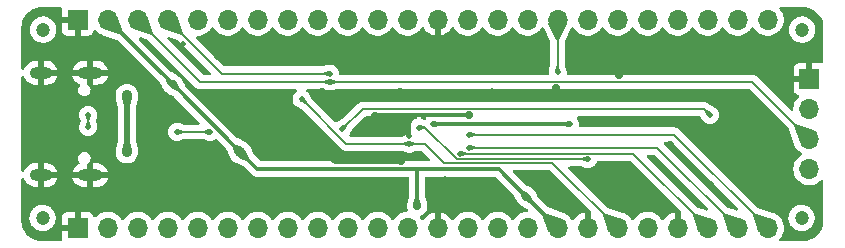
<source format=gbl>
%TF.GenerationSoftware,KiCad,Pcbnew,7.0.10*%
%TF.CreationDate,2024-02-06T11:27:38+08:00*%
%TF.ProjectId,UINIO-MCU-STM32F103C8T6,55494e49-4f2d-44d4-9355-2d53544d3332,Version 2.0.0*%
%TF.SameCoordinates,PX72c1710PY5584170*%
%TF.FileFunction,Copper,L2,Bot*%
%TF.FilePolarity,Positive*%
%FSLAX46Y46*%
G04 Gerber Fmt 4.6, Leading zero omitted, Abs format (unit mm)*
G04 Created by KiCad (PCBNEW 7.0.10) date 2024-02-06 11:27:38*
%MOMM*%
%LPD*%
G01*
G04 APERTURE LIST*
%TA.AperFunction,ComponentPad*%
%ADD10R,1.700000X1.700000*%
%TD*%
%TA.AperFunction,ComponentPad*%
%ADD11O,1.700000X1.700000*%
%TD*%
%TA.AperFunction,ComponentPad*%
%ADD12C,1.200000*%
%TD*%
%TA.AperFunction,ComponentPad*%
%ADD13O,2.100000X1.000000*%
%TD*%
%TA.AperFunction,ComponentPad*%
%ADD14O,1.900000X1.000000*%
%TD*%
%TA.AperFunction,ViaPad*%
%ADD15C,0.700000*%
%TD*%
%TA.AperFunction,ViaPad*%
%ADD16C,0.500000*%
%TD*%
%TA.AperFunction,ViaPad*%
%ADD17C,0.900000*%
%TD*%
%TA.AperFunction,Conductor*%
%ADD18C,0.300000*%
%TD*%
%TA.AperFunction,Conductor*%
%ADD19C,0.500000*%
%TD*%
%TA.AperFunction,Conductor*%
%ADD20C,0.200000*%
%TD*%
G04 APERTURE END LIST*
D10*
%TO.P,J3,1,Pin_1*%
%TO.N,GND*%
X63960000Y-6367130D03*
D11*
%TO.P,J3,2,Pin_2*%
%TO.N,/PA14{slash}SWCLK*%
X63960000Y-8907130D03*
%TO.P,J3,3,Pin_3*%
%TO.N,/PA13{slash}SWDIO*%
X63960000Y-11447130D03*
%TO.P,J3,4,Pin_4*%
%TO.N,/VDD_3.3V*%
X63960000Y-13987130D03*
%TD*%
D12*
%TO.P,HOLE\u002A\u002A,*%
%TO.N,*%
X-920940Y-2190000D03*
%TD*%
%TO.P,HOLE\u002A\u002A,*%
%TO.N,*%
X63339060Y-2190000D03*
%TD*%
%TO.P,HOLE\u002A\u002A,*%
%TO.N,*%
X63290000Y-18130000D03*
%TD*%
D13*
%TO.P,USB1,13,GND*%
%TO.N,GND*%
X3068060Y-5847130D03*
%TO.P,USB1,14,GND*%
X3068060Y-14497130D03*
D14*
%TO.P,USB1,15,GND*%
X-1131940Y-5847130D03*
%TO.P,USB1,16,GND*%
X-1131940Y-14497130D03*
%TD*%
D12*
%TO.P,HOLE\u002A\u002A,*%
%TO.N,*%
X-970000Y-18130000D03*
%TD*%
D10*
%TO.P,J1,1,Pin_1*%
%TO.N,GND*%
X1999060Y-1342130D03*
D11*
%TO.P,J1,2,Pin_2*%
%TO.N,/VDD_3.3V*%
X4539060Y-1342130D03*
%TO.P,J1,3,Pin_3*%
%TO.N,/PA13{slash}SWDIO*%
X7079060Y-1342130D03*
%TO.P,J1,4,Pin_4*%
%TO.N,/PA12*%
X9619060Y-1342130D03*
%TO.P,J1,5,Pin_5*%
%TO.N,/PA11*%
X12159060Y-1342130D03*
%TO.P,J1,6,Pin_6*%
%TO.N,/PA10*%
X14699060Y-1342130D03*
%TO.P,J1,7,Pin_7*%
%TO.N,/PA9*%
X17239060Y-1342130D03*
%TO.P,J1,8,Pin_8*%
%TO.N,/PA8*%
X19779060Y-1342130D03*
%TO.P,J1,9,Pin_9*%
%TO.N,/PB15*%
X22319060Y-1342130D03*
%TO.P,J1,10,Pin_10*%
%TO.N,/PB14*%
X24859060Y-1342130D03*
%TO.P,J1,11,Pin_11*%
%TO.N,/PB13*%
X27399060Y-1342130D03*
%TO.P,J1,12,Pin_12*%
%TO.N,/PB12*%
X29939060Y-1342130D03*
%TO.P,J1,13,Pin_13*%
%TO.N,GND*%
X32479060Y-1342130D03*
%TO.P,J1,14,Pin_14*%
%TO.N,/VDD_3.3V*%
X35019060Y-1342130D03*
%TO.P,J1,15,Pin_15*%
%TO.N,/PB11*%
X37559060Y-1342130D03*
%TO.P,J1,16,Pin_16*%
%TO.N,/PB10*%
X40099060Y-1342130D03*
%TO.P,J1,17,Pin_17*%
%TO.N,/PB2{slash}BOOT1*%
X42639060Y-1342130D03*
%TO.P,J1,18,Pin_18*%
%TO.N,/PB1*%
X45179060Y-1342130D03*
%TO.P,J1,19,Pin_19*%
%TO.N,/PB0*%
X47719060Y-1342130D03*
%TO.P,J1,20,Pin_20*%
%TO.N,/PA7*%
X50259060Y-1342130D03*
%TO.P,J1,21,Pin_21*%
%TO.N,/PA6*%
X52799060Y-1342130D03*
%TO.P,J1,22,Pin_22*%
%TO.N,/PA5*%
X55339060Y-1342130D03*
%TO.P,J1,23,Pin_23*%
%TO.N,/PA4*%
X57879060Y-1342130D03*
%TO.P,J1,24,Pin_24*%
%TO.N,/PA3*%
X60419060Y-1342130D03*
%TD*%
D10*
%TO.P,J2,1,Pin_1*%
%TO.N,GND*%
X1999060Y-18982130D03*
D11*
%TO.P,J2,2,Pin_2*%
%TO.N,/VDD_5V*%
X4539060Y-18982130D03*
%TO.P,J2,3,Pin_3*%
%TO.N,/PA14{slash}SWCLK*%
X7079060Y-18982130D03*
%TO.P,J2,4,Pin_4*%
%TO.N,/PA15*%
X9619060Y-18982130D03*
%TO.P,J2,5,Pin_5*%
%TO.N,/PB3*%
X12159060Y-18982130D03*
%TO.P,J2,6,Pin_6*%
%TO.N,/PB4*%
X14699060Y-18982130D03*
%TO.P,J2,7,Pin_7*%
%TO.N,/PB5*%
X17239060Y-18982130D03*
%TO.P,J2,8,Pin_8*%
%TO.N,/PB6*%
X19779060Y-18982130D03*
%TO.P,J2,9,Pin_9*%
%TO.N,/PB7*%
X22319060Y-18982130D03*
%TO.P,J2,10,Pin_10*%
%TO.N,/BOOT0*%
X24859060Y-18982130D03*
%TO.P,J2,11,Pin_11*%
%TO.N,/PB8*%
X27399060Y-18982130D03*
%TO.P,J2,12,Pin_12*%
%TO.N,/PB9*%
X29939060Y-18982130D03*
%TO.P,J2,13,Pin_13*%
%TO.N,GND*%
X32479060Y-18982130D03*
%TO.P,J2,14,Pin_14*%
%TO.N,/VDD_3.3V*%
X35019060Y-18982130D03*
%TO.P,J2,15,Pin_15*%
%TO.N,/VBAT*%
X37559060Y-18982130D03*
%TO.P,J2,16,Pin_16*%
%TO.N,/PC13*%
X40099060Y-18982130D03*
%TO.P,J2,17,Pin_17*%
%TO.N,/VDD_3.3V*%
X42639060Y-18982130D03*
%TO.P,J2,18,Pin_18*%
%TO.N,GND*%
X45179060Y-18982130D03*
%TO.P,J2,19,Pin_19*%
%TO.N,/NRST*%
X47719060Y-18982130D03*
%TO.P,J2,20,Pin_20*%
%TO.N,/VDD_3.3V*%
X50259060Y-18982130D03*
%TO.P,J2,21,Pin_21*%
%TO.N,GND*%
X52799060Y-18982130D03*
%TO.P,J2,22,Pin_22*%
%TO.N,/PA0*%
X55339060Y-18982130D03*
%TO.P,J2,23,Pin_23*%
%TO.N,/PA1*%
X57879060Y-18982130D03*
%TO.P,J2,24,Pin_24*%
%TO.N,/PA2*%
X60419060Y-18982130D03*
%TD*%
D15*
%TO.N,GND*%
X21635000Y-11165000D03*
D16*
X60490000Y-10160000D03*
X26080000Y-3820000D03*
X18379060Y-16652130D03*
X60490000Y-12680000D03*
X10819060Y-16652130D03*
D15*
X55540000Y-15360000D03*
X29329060Y-7442130D03*
D16*
X10910000Y-3410000D03*
X32109060Y-4202130D03*
X15929060Y-16652130D03*
X15199060Y-14472130D03*
X8340000Y-10880000D03*
X46909060Y-3322130D03*
X44389060Y-3322130D03*
D15*
X29349060Y-13332130D03*
D16*
X53139060Y-15512130D03*
X36699060Y-16872130D03*
X57139060Y-3322130D03*
X8439060Y-16652130D03*
D15*
X17499060Y-10252130D03*
X42469060Y-7162130D03*
D16*
X49466560Y-3322130D03*
X24029060Y-16652130D03*
X8340000Y-8680000D03*
X52024060Y-3322130D03*
X33090000Y-14810000D03*
D15*
X27784060Y-16207130D03*
X46409060Y-15392130D03*
X52150000Y-12000000D03*
D16*
X30070000Y-11172130D03*
X25939060Y-16652130D03*
X15550000Y-4400000D03*
D15*
X42469060Y-15392130D03*
X35139060Y-9462130D03*
X13870000Y-4400000D03*
D16*
X37120000Y-7400000D03*
D15*
X47830000Y-6000000D03*
X27213505Y-9468185D03*
X22700000Y-7442130D03*
D16*
X54581560Y-3322130D03*
X13459060Y-16652130D03*
%TO.N,/PB2{slash}BOOT1*%
X42639060Y-5811630D03*
D17*
%TO.N,/VDD_5V*%
X6169060Y-7762130D03*
X6169060Y-12562130D03*
D15*
%TO.N,/VDD_3.3V*%
X30749060Y-17112130D03*
X10043465Y-6836535D03*
X39993465Y-16336535D03*
D17*
X15783465Y-12576535D03*
D16*
%TO.N,/BOOT0*%
X30870000Y-10480000D03*
X45230000Y-13160000D03*
%TO.N,/NRST*%
X20959060Y-8072130D03*
X30060000Y-11860000D03*
%TO.N,/PA13{slash}SWDIO*%
X23356930Y-6630000D03*
%TO.N,/PA12*%
X23349581Y-5910419D03*
%TO.N,/PA14{slash}SWCLK*%
X55520000Y-9410000D03*
X24400000Y-10620000D03*
%TO.N,/PA0*%
X34348768Y-12681838D03*
%TO.N,/PA1*%
X35150000Y-12180000D03*
%TO.N,/PA2*%
X35149060Y-11082130D03*
%TO.N,Net-(U2-VDDA)*%
X43670000Y-10180000D03*
X32090000Y-10180000D03*
%TO.N,/USB_Data-*%
X2899060Y-9422130D03*
X2899060Y-10422130D03*
%TO.N,Net-(USB1-CC2)*%
X13180000Y-10850000D03*
X10410000Y-10850000D03*
%TD*%
D18*
%TO.N,GND*%
X35139060Y-9462130D02*
X27219560Y-9462130D01*
X30070000Y-11172130D02*
X30070000Y-9482130D01*
X27219560Y-9462130D02*
X27213505Y-9468185D01*
D19*
X20722130Y-10252130D02*
X17499060Y-10252130D01*
D18*
X44389060Y-3322130D02*
X57139060Y-3322130D01*
X22700000Y-7442130D02*
X29329060Y-7442130D01*
D19*
X29346930Y-13330000D02*
X23800000Y-13330000D01*
X21635000Y-11165000D02*
X20722130Y-10252130D01*
D20*
X27213505Y-9468185D02*
X27213505Y-9467185D01*
X27213505Y-9467185D02*
X27219060Y-9461630D01*
D19*
X29349060Y-13332130D02*
X29346930Y-13330000D01*
X23800000Y-13330000D02*
X21635000Y-11165000D01*
D20*
%TO.N,/PB2{slash}BOOT1*%
X42639060Y-5811630D02*
X42639060Y-1342130D01*
D19*
%TO.N,/VDD_5V*%
X6169060Y-7782130D02*
X6169060Y-12562130D01*
D18*
%TO.N,/VDD_3.3V*%
X10043465Y-6836535D02*
X4549060Y-1342130D01*
X33879060Y-13982130D02*
X30749060Y-13982130D01*
X15783465Y-12576535D02*
X17189060Y-13982130D01*
X39993465Y-16336535D02*
X42639060Y-18982130D01*
X30749060Y-13982130D02*
X30749060Y-17112130D01*
X39993465Y-16336535D02*
X37639060Y-13982130D01*
X15783465Y-12576535D02*
X10043465Y-6836535D01*
X37639060Y-13982130D02*
X33879060Y-13982130D01*
X17189060Y-13982130D02*
X33879060Y-13982130D01*
D20*
%TO.N,/BOOT0*%
X34112130Y-13162130D02*
X31430000Y-10480000D01*
X31430000Y-10480000D02*
X30870000Y-10480000D01*
X45230000Y-13160000D02*
X45227870Y-13162130D01*
X45227870Y-13162130D02*
X34112130Y-13162130D01*
%TO.N,/NRST*%
X30060000Y-11860000D02*
X24746930Y-11860000D01*
X24746930Y-11860000D02*
X20959060Y-8072130D01*
X30060000Y-11860000D02*
X31405000Y-11860000D01*
X42199060Y-13462130D02*
X47719060Y-18982130D01*
X33007130Y-13462130D02*
X42199060Y-13462130D01*
X31405000Y-11860000D02*
X33007130Y-13462130D01*
%TO.N,/PA13{slash}SWDIO*%
X12376930Y-6630000D02*
X7089060Y-1342130D01*
X42223372Y-6630000D02*
X42241242Y-6612130D01*
X42241242Y-6612130D02*
X59120000Y-6612130D01*
X23356930Y-6630000D02*
X42223372Y-6630000D01*
X59120000Y-6612130D02*
X63960000Y-11452130D01*
X23286930Y-6630000D02*
X12376930Y-6630000D01*
%TO.N,/PA12*%
X23349581Y-5910419D02*
X23349162Y-5910000D01*
X14196930Y-5910000D02*
X9629060Y-1342130D01*
X23349162Y-5910000D02*
X14196930Y-5910000D01*
%TO.N,/PA14{slash}SWCLK*%
X26120000Y-8910000D02*
X24410000Y-10620000D01*
X24410000Y-10620000D02*
X24400000Y-10620000D01*
X55020000Y-8910000D02*
X26120000Y-8910000D01*
X55520000Y-9410000D02*
X55020000Y-8910000D01*
%TO.N,/PA0*%
X34348768Y-12681838D02*
X49038768Y-12681838D01*
X49038768Y-12681838D02*
X55339060Y-18982130D01*
%TO.N,/PA1*%
X51076930Y-12180000D02*
X57879060Y-18982130D01*
X35150000Y-12180000D02*
X51076930Y-12180000D01*
%TO.N,/PA2*%
X52519060Y-11082130D02*
X60419060Y-18982130D01*
X35149060Y-11082130D02*
X52519060Y-11082130D01*
D18*
%TO.N,Net-(U2-VDDA)*%
X43670000Y-10180000D02*
X32090000Y-10180000D01*
D20*
%TO.N,/USB_Data-*%
X2899060Y-10422130D02*
X2899060Y-9422130D01*
%TO.N,Net-(USB1-CC2)*%
X10410000Y-10850000D02*
X13180000Y-10850000D01*
%TD*%
%TA.AperFunction,Conductor*%
%TO.N,GND*%
G36*
X598660Y-272315D02*
G01*
X644415Y-325119D01*
X654910Y-389886D01*
X649060Y-444285D01*
X649060Y-1092130D01*
X1565374Y-1092130D01*
X1539567Y-1132286D01*
X1499060Y-1270241D01*
X1499060Y-1414019D01*
X1539567Y-1551974D01*
X1565374Y-1592130D01*
X649060Y-1592130D01*
X649060Y-2239974D01*
X655461Y-2299502D01*
X655463Y-2299509D01*
X705705Y-2434216D01*
X705709Y-2434223D01*
X791869Y-2549317D01*
X791872Y-2549320D01*
X906966Y-2635480D01*
X906973Y-2635484D01*
X1041680Y-2685726D01*
X1041687Y-2685728D01*
X1101215Y-2692129D01*
X1101232Y-2692130D01*
X1749060Y-2692130D01*
X1749060Y-1777631D01*
X1856745Y-1826810D01*
X1963297Y-1842130D01*
X2034823Y-1842130D01*
X2141375Y-1826810D01*
X2249060Y-1777631D01*
X2249060Y-2692130D01*
X2896888Y-2692130D01*
X2896904Y-2692129D01*
X2956432Y-2685728D01*
X2956439Y-2685726D01*
X3091146Y-2635484D01*
X3091153Y-2635480D01*
X3206247Y-2549320D01*
X3206250Y-2549317D01*
X3292410Y-2434223D01*
X3292414Y-2434216D01*
X3338741Y-2310007D01*
X3380612Y-2254073D01*
X3446076Y-2229656D01*
X3514349Y-2244507D01*
X3546149Y-2269353D01*
X3615820Y-2345036D01*
X3793484Y-2483319D01*
X3793485Y-2483319D01*
X3793487Y-2483321D01*
X3915438Y-2549317D01*
X3991486Y-2590472D01*
X4007539Y-2595982D01*
X4021433Y-2600753D01*
X4039596Y-2608661D01*
X4050214Y-2614334D01*
X5329915Y-3078390D01*
X5341881Y-3082729D01*
X5387290Y-3111620D01*
X9003835Y-6728165D01*
X9025667Y-6757684D01*
X9261613Y-7201947D01*
X9276339Y-7227833D01*
X9279365Y-7232226D01*
X9279298Y-7232271D01*
X9287265Y-7243760D01*
X9345096Y-7343926D01*
X9465846Y-7478034D01*
X9465849Y-7478036D01*
X9465852Y-7478039D01*
X9611850Y-7584113D01*
X9649177Y-7600732D01*
X9671889Y-7613886D01*
X9678031Y-7618373D01*
X9678034Y-7618375D01*
X10043625Y-7812539D01*
X10122313Y-7854330D01*
X10151832Y-7876162D01*
X12305489Y-10029819D01*
X12338974Y-10091142D01*
X12333990Y-10160834D01*
X12292118Y-10216767D01*
X12226654Y-10241184D01*
X12217808Y-10241500D01*
X11026112Y-10241500D01*
X10987901Y-10235466D01*
X10674135Y-10133831D01*
X10641808Y-10124519D01*
X10636465Y-10123477D01*
X10636540Y-10123090D01*
X10615933Y-10118463D01*
X10595515Y-10111319D01*
X10579850Y-10105838D01*
X10579848Y-10105837D01*
X10579843Y-10105836D01*
X10410004Y-10086701D01*
X10409996Y-10086701D01*
X10240155Y-10105836D01*
X10240150Y-10105837D01*
X10078816Y-10162291D01*
X9934091Y-10253228D01*
X9813228Y-10374091D01*
X9722291Y-10518816D01*
X9665837Y-10680150D01*
X9665836Y-10680155D01*
X9646701Y-10849996D01*
X9646701Y-10850003D01*
X9665836Y-11019844D01*
X9665837Y-11019849D01*
X9705510Y-11133227D01*
X9722291Y-11181183D01*
X9813229Y-11325909D01*
X9934091Y-11446771D01*
X10078817Y-11537709D01*
X10204067Y-11581536D01*
X10240150Y-11594162D01*
X10240155Y-11594163D01*
X10409996Y-11613299D01*
X10410000Y-11613299D01*
X10410004Y-11613299D01*
X10579843Y-11594163D01*
X10579843Y-11594162D01*
X10579850Y-11594162D01*
X10636302Y-11574407D01*
X10656209Y-11569250D01*
X10674149Y-11566163D01*
X10987899Y-11464534D01*
X11026110Y-11458500D01*
X12563889Y-11458500D01*
X12602100Y-11464534D01*
X12915849Y-11566163D01*
X12948194Y-11575480D01*
X12948207Y-11575481D01*
X12953540Y-11576522D01*
X12953463Y-11576913D01*
X12974064Y-11581534D01*
X13010150Y-11594162D01*
X13010154Y-11594162D01*
X13010156Y-11594163D01*
X13179996Y-11613299D01*
X13180000Y-11613299D01*
X13180004Y-11613299D01*
X13349844Y-11594163D01*
X13349847Y-11594162D01*
X13349850Y-11594162D01*
X13511183Y-11537709D01*
X13613038Y-11473708D01*
X13680273Y-11454708D01*
X13747109Y-11475075D01*
X13766691Y-11491021D01*
X14592029Y-12316359D01*
X14616784Y-12351751D01*
X14897387Y-12955131D01*
X14917395Y-12993779D01*
X14917400Y-12993788D01*
X14917985Y-12994537D01*
X14929604Y-13012393D01*
X14982643Y-13111624D01*
X14982645Y-13111627D01*
X15102423Y-13257576D01*
X15248372Y-13377354D01*
X15248375Y-13377356D01*
X15258048Y-13382526D01*
X15386464Y-13451165D01*
X15395750Y-13456662D01*
X15404867Y-13462611D01*
X15404871Y-13462612D01*
X15404873Y-13462614D01*
X15518269Y-13515349D01*
X16008247Y-13743214D01*
X16043638Y-13767968D01*
X16662340Y-14386670D01*
X16672490Y-14399338D01*
X16672666Y-14399194D01*
X16677640Y-14405206D01*
X16729332Y-14453748D01*
X16732131Y-14456461D01*
X16752722Y-14477053D01*
X16756302Y-14479830D01*
X16765184Y-14487416D01*
X16798924Y-14519100D01*
X16798926Y-14519101D01*
X16798927Y-14519102D01*
X16817863Y-14529512D01*
X16834109Y-14540183D01*
X16851192Y-14553434D01*
X16851197Y-14553436D01*
X16893674Y-14571818D01*
X16904165Y-14576957D01*
X16944723Y-14599254D01*
X16960883Y-14603402D01*
X16965643Y-14604625D01*
X16984046Y-14610925D01*
X17003884Y-14619510D01*
X17049616Y-14626752D01*
X17061043Y-14629119D01*
X17105872Y-14640630D01*
X17127472Y-14640630D01*
X17146871Y-14642157D01*
X17168212Y-14645537D01*
X17209947Y-14641591D01*
X17214304Y-14641180D01*
X17225973Y-14640630D01*
X29966560Y-14640630D01*
X30033599Y-14660315D01*
X30079354Y-14713119D01*
X30090560Y-14764630D01*
X30090560Y-16300371D01*
X30085124Y-16336682D01*
X29937819Y-16817671D01*
X29929922Y-16846412D01*
X29928955Y-16851662D01*
X29928699Y-16851614D01*
X29924549Y-16871549D01*
X29904695Y-16932653D01*
X29904695Y-16932654D01*
X29885831Y-17112130D01*
X29904695Y-17291606D01*
X29915251Y-17324093D01*
X29949309Y-17428915D01*
X29959836Y-17461312D01*
X29961831Y-17531153D01*
X29925750Y-17590986D01*
X29863049Y-17621814D01*
X29841905Y-17623630D01*
X29826491Y-17623630D01*
X29604422Y-17660686D01*
X29391490Y-17733786D01*
X29391479Y-17733791D01*
X29193487Y-17840938D01*
X29193482Y-17840942D01*
X29015821Y-17979222D01*
X29015816Y-17979227D01*
X28863344Y-18144853D01*
X28863336Y-18144864D01*
X28772868Y-18283336D01*
X28719722Y-18328692D01*
X28650491Y-18338116D01*
X28587155Y-18308614D01*
X28565252Y-18283336D01*
X28499686Y-18182981D01*
X28474782Y-18144862D01*
X28474779Y-18144859D01*
X28474775Y-18144853D01*
X28322303Y-17979227D01*
X28322298Y-17979222D01*
X28178724Y-17867473D01*
X28144636Y-17840941D01*
X28144635Y-17840940D01*
X28144632Y-17840938D01*
X27946640Y-17733791D01*
X27946637Y-17733789D01*
X27946634Y-17733788D01*
X27946631Y-17733787D01*
X27946629Y-17733786D01*
X27733697Y-17660686D01*
X27511629Y-17623630D01*
X27286491Y-17623630D01*
X27064422Y-17660686D01*
X26851490Y-17733786D01*
X26851479Y-17733791D01*
X26653487Y-17840938D01*
X26653482Y-17840942D01*
X26475821Y-17979222D01*
X26475816Y-17979227D01*
X26323344Y-18144853D01*
X26323336Y-18144864D01*
X26232868Y-18283336D01*
X26179722Y-18328692D01*
X26110491Y-18338116D01*
X26047155Y-18308614D01*
X26025252Y-18283336D01*
X25959686Y-18182981D01*
X25934782Y-18144862D01*
X25934779Y-18144859D01*
X25934775Y-18144853D01*
X25782303Y-17979227D01*
X25782298Y-17979222D01*
X25638724Y-17867473D01*
X25604636Y-17840941D01*
X25604635Y-17840940D01*
X25604632Y-17840938D01*
X25406640Y-17733791D01*
X25406637Y-17733789D01*
X25406634Y-17733788D01*
X25406631Y-17733787D01*
X25406629Y-17733786D01*
X25193697Y-17660686D01*
X24971629Y-17623630D01*
X24746491Y-17623630D01*
X24524422Y-17660686D01*
X24311490Y-17733786D01*
X24311479Y-17733791D01*
X24113487Y-17840938D01*
X24113482Y-17840942D01*
X23935821Y-17979222D01*
X23935816Y-17979227D01*
X23783344Y-18144853D01*
X23783336Y-18144864D01*
X23692868Y-18283336D01*
X23639722Y-18328692D01*
X23570491Y-18338116D01*
X23507155Y-18308614D01*
X23485252Y-18283336D01*
X23419686Y-18182981D01*
X23394782Y-18144862D01*
X23394779Y-18144859D01*
X23394775Y-18144853D01*
X23242303Y-17979227D01*
X23242298Y-17979222D01*
X23098724Y-17867473D01*
X23064636Y-17840941D01*
X23064635Y-17840940D01*
X23064632Y-17840938D01*
X22866640Y-17733791D01*
X22866637Y-17733789D01*
X22866634Y-17733788D01*
X22866631Y-17733787D01*
X22866629Y-17733786D01*
X22653697Y-17660686D01*
X22431629Y-17623630D01*
X22206491Y-17623630D01*
X21984422Y-17660686D01*
X21771490Y-17733786D01*
X21771479Y-17733791D01*
X21573487Y-17840938D01*
X21573482Y-17840942D01*
X21395821Y-17979222D01*
X21395816Y-17979227D01*
X21243344Y-18144853D01*
X21243336Y-18144864D01*
X21152868Y-18283336D01*
X21099722Y-18328692D01*
X21030491Y-18338116D01*
X20967155Y-18308614D01*
X20945252Y-18283336D01*
X20879686Y-18182981D01*
X20854782Y-18144862D01*
X20854779Y-18144859D01*
X20854775Y-18144853D01*
X20702303Y-17979227D01*
X20702298Y-17979222D01*
X20558724Y-17867473D01*
X20524636Y-17840941D01*
X20524635Y-17840940D01*
X20524632Y-17840938D01*
X20326640Y-17733791D01*
X20326637Y-17733789D01*
X20326634Y-17733788D01*
X20326631Y-17733787D01*
X20326629Y-17733786D01*
X20113697Y-17660686D01*
X19891629Y-17623630D01*
X19666491Y-17623630D01*
X19444422Y-17660686D01*
X19231490Y-17733786D01*
X19231479Y-17733791D01*
X19033487Y-17840938D01*
X19033482Y-17840942D01*
X18855821Y-17979222D01*
X18855816Y-17979227D01*
X18703344Y-18144853D01*
X18703336Y-18144864D01*
X18612868Y-18283336D01*
X18559722Y-18328692D01*
X18490491Y-18338116D01*
X18427155Y-18308614D01*
X18405252Y-18283336D01*
X18339686Y-18182981D01*
X18314782Y-18144862D01*
X18314779Y-18144859D01*
X18314775Y-18144853D01*
X18162303Y-17979227D01*
X18162298Y-17979222D01*
X18018724Y-17867473D01*
X17984636Y-17840941D01*
X17984635Y-17840940D01*
X17984632Y-17840938D01*
X17786640Y-17733791D01*
X17786637Y-17733789D01*
X17786634Y-17733788D01*
X17786631Y-17733787D01*
X17786629Y-17733786D01*
X17573697Y-17660686D01*
X17351629Y-17623630D01*
X17126491Y-17623630D01*
X16904422Y-17660686D01*
X16691490Y-17733786D01*
X16691479Y-17733791D01*
X16493487Y-17840938D01*
X16493482Y-17840942D01*
X16315821Y-17979222D01*
X16315816Y-17979227D01*
X16163344Y-18144853D01*
X16163336Y-18144864D01*
X16072868Y-18283336D01*
X16019722Y-18328692D01*
X15950491Y-18338116D01*
X15887155Y-18308614D01*
X15865252Y-18283336D01*
X15799686Y-18182981D01*
X15774782Y-18144862D01*
X15774779Y-18144859D01*
X15774775Y-18144853D01*
X15622303Y-17979227D01*
X15622298Y-17979222D01*
X15478724Y-17867473D01*
X15444636Y-17840941D01*
X15444635Y-17840940D01*
X15444632Y-17840938D01*
X15246640Y-17733791D01*
X15246637Y-17733789D01*
X15246634Y-17733788D01*
X15246631Y-17733787D01*
X15246629Y-17733786D01*
X15033697Y-17660686D01*
X14811629Y-17623630D01*
X14586491Y-17623630D01*
X14364422Y-17660686D01*
X14151490Y-17733786D01*
X14151479Y-17733791D01*
X13953487Y-17840938D01*
X13953482Y-17840942D01*
X13775821Y-17979222D01*
X13775816Y-17979227D01*
X13623344Y-18144853D01*
X13623336Y-18144864D01*
X13532868Y-18283336D01*
X13479722Y-18328692D01*
X13410491Y-18338116D01*
X13347155Y-18308614D01*
X13325252Y-18283336D01*
X13259686Y-18182981D01*
X13234782Y-18144862D01*
X13234779Y-18144859D01*
X13234775Y-18144853D01*
X13082303Y-17979227D01*
X13082298Y-17979222D01*
X12938724Y-17867473D01*
X12904636Y-17840941D01*
X12904635Y-17840940D01*
X12904632Y-17840938D01*
X12706640Y-17733791D01*
X12706637Y-17733789D01*
X12706634Y-17733788D01*
X12706631Y-17733787D01*
X12706629Y-17733786D01*
X12493697Y-17660686D01*
X12271629Y-17623630D01*
X12046491Y-17623630D01*
X11824422Y-17660686D01*
X11611490Y-17733786D01*
X11611479Y-17733791D01*
X11413487Y-17840938D01*
X11413482Y-17840942D01*
X11235821Y-17979222D01*
X11235816Y-17979227D01*
X11083344Y-18144853D01*
X11083336Y-18144864D01*
X10992868Y-18283336D01*
X10939722Y-18328692D01*
X10870491Y-18338116D01*
X10807155Y-18308614D01*
X10785252Y-18283336D01*
X10719686Y-18182981D01*
X10694782Y-18144862D01*
X10694779Y-18144859D01*
X10694775Y-18144853D01*
X10542303Y-17979227D01*
X10542298Y-17979222D01*
X10398724Y-17867473D01*
X10364636Y-17840941D01*
X10364635Y-17840940D01*
X10364632Y-17840938D01*
X10166640Y-17733791D01*
X10166637Y-17733789D01*
X10166634Y-17733788D01*
X10166631Y-17733787D01*
X10166629Y-17733786D01*
X9953697Y-17660686D01*
X9731629Y-17623630D01*
X9506491Y-17623630D01*
X9284422Y-17660686D01*
X9071490Y-17733786D01*
X9071479Y-17733791D01*
X8873487Y-17840938D01*
X8873482Y-17840942D01*
X8695821Y-17979222D01*
X8695816Y-17979227D01*
X8543344Y-18144853D01*
X8543336Y-18144864D01*
X8452868Y-18283336D01*
X8399722Y-18328692D01*
X8330491Y-18338116D01*
X8267155Y-18308614D01*
X8245252Y-18283336D01*
X8179686Y-18182981D01*
X8154782Y-18144862D01*
X8154779Y-18144859D01*
X8154775Y-18144853D01*
X8002303Y-17979227D01*
X8002298Y-17979222D01*
X7858724Y-17867473D01*
X7824636Y-17840941D01*
X7824635Y-17840940D01*
X7824632Y-17840938D01*
X7626640Y-17733791D01*
X7626637Y-17733789D01*
X7626634Y-17733788D01*
X7626631Y-17733787D01*
X7626629Y-17733786D01*
X7413697Y-17660686D01*
X7191629Y-17623630D01*
X6966491Y-17623630D01*
X6744422Y-17660686D01*
X6531490Y-17733786D01*
X6531479Y-17733791D01*
X6333487Y-17840938D01*
X6333482Y-17840942D01*
X6155821Y-17979222D01*
X6155816Y-17979227D01*
X6003344Y-18144853D01*
X6003336Y-18144864D01*
X5912868Y-18283336D01*
X5859722Y-18328692D01*
X5790491Y-18338116D01*
X5727155Y-18308614D01*
X5705252Y-18283336D01*
X5639686Y-18182981D01*
X5614782Y-18144862D01*
X5614779Y-18144859D01*
X5614775Y-18144853D01*
X5462303Y-17979227D01*
X5462298Y-17979222D01*
X5318724Y-17867473D01*
X5284636Y-17840941D01*
X5284635Y-17840940D01*
X5284632Y-17840938D01*
X5086640Y-17733791D01*
X5086637Y-17733789D01*
X5086634Y-17733788D01*
X5086631Y-17733787D01*
X5086629Y-17733786D01*
X4873697Y-17660686D01*
X4651629Y-17623630D01*
X4426491Y-17623630D01*
X4204422Y-17660686D01*
X3991490Y-17733786D01*
X3991479Y-17733791D01*
X3793487Y-17840938D01*
X3793482Y-17840942D01*
X3615821Y-17979222D01*
X3546152Y-18054903D01*
X3486265Y-18090893D01*
X3416427Y-18088792D01*
X3358811Y-18049267D01*
X3338741Y-18014252D01*
X3292414Y-17890043D01*
X3292410Y-17890036D01*
X3206250Y-17774942D01*
X3206247Y-17774939D01*
X3091153Y-17688779D01*
X3091146Y-17688775D01*
X2956439Y-17638533D01*
X2956432Y-17638531D01*
X2896904Y-17632130D01*
X2249060Y-17632130D01*
X2249060Y-18546628D01*
X2141375Y-18497450D01*
X2034823Y-18482130D01*
X1963297Y-18482130D01*
X1856745Y-18497450D01*
X1749060Y-18546628D01*
X1749060Y-17632130D01*
X1101215Y-17632130D01*
X1041687Y-17638531D01*
X1041680Y-17638533D01*
X906973Y-17688775D01*
X906966Y-17688779D01*
X791872Y-17774939D01*
X791869Y-17774942D01*
X705709Y-17890036D01*
X705705Y-17890043D01*
X655463Y-18024750D01*
X655461Y-18024757D01*
X649060Y-18084285D01*
X649060Y-18732130D01*
X1565374Y-18732130D01*
X1539567Y-18772286D01*
X1499060Y-18910241D01*
X1499060Y-19054019D01*
X1539567Y-19191974D01*
X1565374Y-19232130D01*
X649060Y-19232130D01*
X649060Y-19879974D01*
X655884Y-19943434D01*
X643479Y-20012194D01*
X595869Y-20063331D01*
X532595Y-20080690D01*
X-1015572Y-20080690D01*
X-1024418Y-20080374D01*
X-1260134Y-20063515D01*
X-1277646Y-20060997D01*
X-1504220Y-20011709D01*
X-1521196Y-20006725D01*
X-1738461Y-19925689D01*
X-1754554Y-19918339D01*
X-1958062Y-19807214D01*
X-1972945Y-19797649D01*
X-2158578Y-19658686D01*
X-2171943Y-19647106D01*
X-2335916Y-19483132D01*
X-2347489Y-19469776D01*
X-2486462Y-19284129D01*
X-2496012Y-19269270D01*
X-2607147Y-19065739D01*
X-2614494Y-19049650D01*
X-2668358Y-18905231D01*
X-2695529Y-18832384D01*
X-2700511Y-18815413D01*
X-2709103Y-18775918D01*
X-2749800Y-18588832D01*
X-2752317Y-18571325D01*
X-2753119Y-18560114D01*
X-2765103Y-18392535D01*
X-2769184Y-18335466D01*
X-2769500Y-18326621D01*
X-2769500Y-18130003D01*
X-2083249Y-18130003D01*
X-2076321Y-18204776D01*
X-2075933Y-18210313D01*
X-2072209Y-18288470D01*
X-2072208Y-18288475D01*
X-2068445Y-18303986D01*
X-2065479Y-18321774D01*
X-2064294Y-18334559D01*
X-2047799Y-18392535D01*
X-2042800Y-18410102D01*
X-2041562Y-18414802D01*
X-2022299Y-18494201D01*
X-2022298Y-18494206D01*
X-2017109Y-18505568D01*
X-2010641Y-18523134D01*
X-2008078Y-18532141D01*
X-2008072Y-18532157D01*
X-1971524Y-18605554D01*
X-1969730Y-18609314D01*
X-1934359Y-18686765D01*
X-1934353Y-18686776D01*
X-1929121Y-18694123D01*
X-1919132Y-18710771D01*
X-1916504Y-18716048D01*
X-1916502Y-18716052D01*
X-1865011Y-18784236D01*
X-1862958Y-18787035D01*
X-1811557Y-18859218D01*
X-1811555Y-18859219D01*
X-1807541Y-18863047D01*
X-1794163Y-18878057D01*
X-1792708Y-18879983D01*
X-1792705Y-18879987D01*
X-1792702Y-18879989D01*
X-1792701Y-18879991D01*
X-1726960Y-18939922D01*
X-1724967Y-18941780D01*
X-1658346Y-19005303D01*
X-1656602Y-19006424D01*
X-1645481Y-19014970D01*
X-1645456Y-19014938D01*
X-1640881Y-19018393D01*
X-1562315Y-19067039D01*
X-1560598Y-19068122D01*
X-1498344Y-19108130D01*
X-1480252Y-19119757D01*
X-1475000Y-19122465D01*
X-1475034Y-19122529D01*
X-1471512Y-19124308D01*
X-1471350Y-19123984D01*
X-1466227Y-19126534D01*
X-1466218Y-19126540D01*
X-1376840Y-19161164D01*
X-1375612Y-19161647D01*
X-1341838Y-19175169D01*
X-1283722Y-19198436D01*
X-1281753Y-19199013D01*
X-1275660Y-19200465D01*
X-1274661Y-19200749D01*
X-1274660Y-19200749D01*
X-1274655Y-19200751D01*
X-1176828Y-19219037D01*
X-1176717Y-19219058D01*
X-1075849Y-19238500D01*
X-1075844Y-19238500D01*
X-867284Y-19238500D01*
X-867282Y-19238500D01*
X-820603Y-19229773D01*
X-809651Y-19228229D01*
X-759261Y-19223419D01*
X-717349Y-19211112D01*
X-705214Y-19208203D01*
X-665345Y-19200751D01*
X-617873Y-19182360D01*
X-608014Y-19179009D01*
X-577128Y-19169939D01*
X-556138Y-19163777D01*
X-543606Y-19157315D01*
X-520391Y-19145348D01*
X-508366Y-19139937D01*
X-473782Y-19126540D01*
X-427543Y-19097909D01*
X-419081Y-19093118D01*
X-370651Y-19068151D01*
X-367974Y-19066771D01*
X-339078Y-19044046D01*
X-327718Y-19036099D01*
X-299118Y-19018392D01*
X-256367Y-18979417D01*
X-249506Y-18973606D01*
X-201568Y-18935908D01*
X-179769Y-18910749D01*
X-169595Y-18900316D01*
X-163556Y-18894809D01*
X-147299Y-18879991D01*
X-110346Y-18831055D01*
X-105136Y-18824618D01*
X-62935Y-18775918D01*
X-48011Y-18750066D01*
X-39592Y-18737361D01*
X-23497Y-18716050D01*
X5364Y-18658088D01*
X8977Y-18651360D01*
X8993Y-18651332D01*
X42913Y-18592582D01*
X51537Y-18567661D01*
X57709Y-18552965D01*
X68074Y-18532152D01*
X86745Y-18466527D01*
X88827Y-18459921D01*
X112150Y-18392535D01*
X112153Y-18392527D01*
X115412Y-18369857D01*
X118878Y-18353590D01*
X124294Y-18334559D01*
X130906Y-18263199D01*
X131638Y-18257003D01*
X138352Y-18210313D01*
X142281Y-18182984D01*
X141356Y-18163578D01*
X141743Y-18146238D01*
X143249Y-18130000D01*
X136318Y-18055214D01*
X135930Y-18049679D01*
X135910Y-18049267D01*
X132208Y-17971526D01*
X128441Y-17956002D01*
X125478Y-17938229D01*
X124294Y-17925441D01*
X102783Y-17849840D01*
X101556Y-17845182D01*
X82298Y-17765796D01*
X77107Y-17754430D01*
X70636Y-17736853D01*
X68076Y-17727856D01*
X68074Y-17727848D01*
X37981Y-17667414D01*
X31511Y-17654421D01*
X29716Y-17650659D01*
X24178Y-17638533D01*
X-5644Y-17573229D01*
X-10879Y-17565877D01*
X-20871Y-17549224D01*
X-23497Y-17543950D01*
X-24242Y-17542964D01*
X-74990Y-17475763D01*
X-77044Y-17472963D01*
X-83971Y-17463235D01*
X-128441Y-17400785D01*
X-128446Y-17400780D01*
X-132454Y-17396958D01*
X-145847Y-17381931D01*
X-147292Y-17380018D01*
X-147295Y-17380014D01*
X-147296Y-17380013D01*
X-147299Y-17380009D01*
X-213087Y-17320036D01*
X-214998Y-17318253D01*
X-281654Y-17254697D01*
X-281657Y-17254694D01*
X-283399Y-17253575D01*
X-294520Y-17245029D01*
X-294544Y-17245062D01*
X-299123Y-17241604D01*
X-377673Y-17192967D01*
X-379433Y-17191857D01*
X-459742Y-17140246D01*
X-465001Y-17137535D01*
X-464968Y-17137470D01*
X-468488Y-17135692D01*
X-468649Y-17136016D01*
X-473787Y-17133457D01*
X-563117Y-17098851D01*
X-564409Y-17098343D01*
X-656278Y-17061564D01*
X-658239Y-17060988D01*
X-664320Y-17059540D01*
X-665340Y-17059250D01*
X-762983Y-17040996D01*
X-763663Y-17040867D01*
X-864150Y-17021500D01*
X-864151Y-17021500D01*
X-867282Y-17021500D01*
X-1072718Y-17021500D01*
X-1072724Y-17021500D01*
X-1119386Y-17030222D01*
X-1130378Y-17031771D01*
X-1180735Y-17036580D01*
X-1180739Y-17036580D01*
X-1180739Y-17036581D01*
X-1222654Y-17048888D01*
X-1234800Y-17051798D01*
X-1274649Y-17059247D01*
X-1274662Y-17059251D01*
X-1322134Y-17077641D01*
X-1331989Y-17080991D01*
X-1383860Y-17096222D01*
X-1419611Y-17114652D01*
X-1431629Y-17120059D01*
X-1466219Y-17133460D01*
X-1466220Y-17133460D01*
X-1512460Y-17162091D01*
X-1520915Y-17166878D01*
X-1572023Y-17193226D01*
X-1600918Y-17215949D01*
X-1612286Y-17223901D01*
X-1640885Y-17241609D01*
X-1683625Y-17280571D01*
X-1690506Y-17286400D01*
X-1738435Y-17324093D01*
X-1760237Y-17349253D01*
X-1770402Y-17359678D01*
X-1792699Y-17380006D01*
X-1829634Y-17428915D01*
X-1834873Y-17435387D01*
X-1877064Y-17484079D01*
X-1891986Y-17509925D01*
X-1900413Y-17522641D01*
X-1916503Y-17543950D01*
X-1916504Y-17543951D01*
X-1916504Y-17543952D01*
X-1916509Y-17543960D01*
X-1945368Y-17601914D01*
X-1948978Y-17608637D01*
X-1982912Y-17667414D01*
X-1991536Y-17692331D01*
X-1997712Y-17707036D01*
X-2008072Y-17727842D01*
X-2008077Y-17727856D01*
X-2026744Y-17793459D01*
X-2028828Y-17800077D01*
X-2052154Y-17867475D01*
X-2055413Y-17890137D01*
X-2058881Y-17906409D01*
X-2064294Y-17925437D01*
X-2070907Y-17996796D01*
X-2071640Y-18002999D01*
X-2082281Y-18077010D01*
X-2082281Y-18077015D01*
X-2081357Y-18096434D01*
X-2081746Y-18113766D01*
X-2082113Y-18117744D01*
X-2083249Y-18130003D01*
X-2769500Y-18130003D01*
X-2769500Y-14861776D01*
X-2749815Y-14794737D01*
X-2697011Y-14748982D01*
X-2627853Y-14739038D01*
X-2564297Y-14768063D01*
X-2529218Y-14818711D01*
X-2484375Y-14939795D01*
X-2376791Y-15112397D01*
X-2236676Y-15259798D01*
X-2236674Y-15259799D01*
X-2069745Y-15375986D01*
X-1882848Y-15456189D01*
X-1683630Y-15497130D01*
X-1381940Y-15497130D01*
X-1381940Y-14797130D01*
X-881940Y-14797130D01*
X-881940Y-15497130D01*
X-631227Y-15497130D01*
X-479602Y-15481711D01*
X-285559Y-15420830D01*
X-285549Y-15420825D01*
X-107725Y-15322124D01*
X-107724Y-15322124D01*
X46590Y-15189651D01*
X46591Y-15189650D01*
X171078Y-15028825D01*
X260648Y-14846223D01*
X286306Y-14747130D01*
X1544694Y-14747130D01*
X1544991Y-14749076D01*
X1544993Y-14749082D01*
X1615622Y-14939787D01*
X1615625Y-14939794D01*
X1723209Y-15112397D01*
X1863324Y-15259798D01*
X1863326Y-15259799D01*
X2030255Y-15375986D01*
X2217152Y-15456189D01*
X2416370Y-15497130D01*
X2818060Y-15497130D01*
X2818060Y-14797130D01*
X3318060Y-14797130D01*
X3318060Y-15497130D01*
X3668773Y-15497130D01*
X3820398Y-15481711D01*
X4014441Y-15420830D01*
X4014451Y-15420825D01*
X4192275Y-15322124D01*
X4192276Y-15322124D01*
X4346590Y-15189651D01*
X4346591Y-15189650D01*
X4471078Y-15028825D01*
X4560648Y-14846223D01*
X4586306Y-14747130D01*
X3834171Y-14747130D01*
X3873670Y-14722673D01*
X3941261Y-14633168D01*
X3971955Y-14525290D01*
X3961606Y-14413609D01*
X3911612Y-14313208D01*
X3839129Y-14247130D01*
X4591426Y-14247130D01*
X4591128Y-14245183D01*
X4591126Y-14245177D01*
X4520497Y-14054472D01*
X4520494Y-14054465D01*
X4412910Y-13881862D01*
X4272795Y-13734461D01*
X4272793Y-13734460D01*
X4105864Y-13618273D01*
X3918967Y-13538070D01*
X3719750Y-13497130D01*
X3318060Y-13497130D01*
X3318060Y-14197130D01*
X2818060Y-14197130D01*
X2818060Y-13595154D01*
X2837745Y-13528115D01*
X2863802Y-13498969D01*
X2955725Y-13424184D01*
X3039031Y-13306167D01*
X3062630Y-13239764D01*
X3087405Y-13170055D01*
X3087405Y-13170053D01*
X3087406Y-13170051D01*
X3097264Y-13025931D01*
X3067874Y-12884496D01*
X3001414Y-12756235D01*
X3001411Y-12756232D01*
X3001410Y-12756230D01*
X2902814Y-12650660D01*
X2779390Y-12575605D01*
X2779389Y-12575604D01*
X2779388Y-12575604D01*
X2731299Y-12562130D01*
X5205922Y-12562130D01*
X5224428Y-12750031D01*
X5279237Y-12930708D01*
X5368236Y-13097215D01*
X5368240Y-13097222D01*
X5488018Y-13243171D01*
X5633967Y-13362949D01*
X5633974Y-13362953D01*
X5748532Y-13424185D01*
X5800483Y-13451953D01*
X5981161Y-13506762D01*
X6169060Y-13525268D01*
X6356959Y-13506762D01*
X6537637Y-13451953D01*
X6704151Y-13362950D01*
X6850101Y-13243171D01*
X6969880Y-13097221D01*
X7058883Y-12930707D01*
X7113692Y-12750029D01*
X7132198Y-12562130D01*
X7113692Y-12374231D01*
X7088010Y-12289572D01*
X7084404Y-12270591D01*
X7083968Y-12270659D01*
X7083298Y-12266303D01*
X7083297Y-12266290D01*
X7009112Y-11940541D01*
X6930656Y-11596038D01*
X6927560Y-11568504D01*
X6927560Y-8755754D01*
X6930656Y-8728219D01*
X6932006Y-8722291D01*
X7083297Y-8057969D01*
X7085647Y-8047111D01*
X7085647Y-8047108D01*
X7086654Y-8042457D01*
X7086765Y-8042481D01*
X7089656Y-8029262D01*
X7113692Y-7950029D01*
X7132198Y-7762130D01*
X7113692Y-7574231D01*
X7058883Y-7393553D01*
X7023827Y-7327968D01*
X6969883Y-7227044D01*
X6969879Y-7227037D01*
X6850101Y-7081088D01*
X6704152Y-6961310D01*
X6704145Y-6961306D01*
X6537638Y-6872307D01*
X6356961Y-6817498D01*
X6169060Y-6798992D01*
X5981158Y-6817498D01*
X5800481Y-6872307D01*
X5633974Y-6961306D01*
X5633967Y-6961310D01*
X5488018Y-7081088D01*
X5368240Y-7227037D01*
X5368236Y-7227044D01*
X5279237Y-7393551D01*
X5224428Y-7574228D01*
X5205922Y-7762130D01*
X5224427Y-7950027D01*
X5250106Y-8034679D01*
X5253715Y-8053652D01*
X5254148Y-8053586D01*
X5254822Y-8057972D01*
X5368679Y-8557915D01*
X5407463Y-8728219D01*
X5407464Y-8728221D01*
X5410560Y-8755756D01*
X5410560Y-11568502D01*
X5407464Y-11596037D01*
X5254816Y-12266310D01*
X5251464Y-12281803D01*
X5251355Y-12281779D01*
X5248458Y-12295011D01*
X5224428Y-12374230D01*
X5205922Y-12562130D01*
X2731299Y-12562130D01*
X2640288Y-12536630D01*
X2532111Y-12536630D01*
X2532110Y-12536630D01*
X2424949Y-12551359D01*
X2292449Y-12608911D01*
X2292449Y-12608912D01*
X2180398Y-12700073D01*
X2180393Y-12700078D01*
X2097088Y-12818093D01*
X2048714Y-12954204D01*
X2048714Y-12954207D01*
X2042274Y-13048366D01*
X2038856Y-13098329D01*
X2049565Y-13149864D01*
X2068246Y-13239764D01*
X2068247Y-13239766D01*
X2092883Y-13287311D01*
X2111154Y-13322573D01*
X2134705Y-13368023D01*
X2134709Y-13368029D01*
X2148248Y-13382526D01*
X2179619Y-13444957D01*
X2172257Y-13514438D01*
X2128499Y-13568908D01*
X2117801Y-13575580D01*
X1943844Y-13672134D01*
X1943843Y-13672135D01*
X1789529Y-13804608D01*
X1789528Y-13804609D01*
X1665041Y-13965434D01*
X1575471Y-14148036D01*
X1549814Y-14247130D01*
X2301949Y-14247130D01*
X2262450Y-14271587D01*
X2194859Y-14361092D01*
X2164165Y-14468970D01*
X2174514Y-14580651D01*
X2224508Y-14681052D01*
X2296991Y-14747130D01*
X1544694Y-14747130D01*
X286306Y-14747130D01*
X-515829Y-14747130D01*
X-476330Y-14722673D01*
X-408739Y-14633168D01*
X-378045Y-14525290D01*
X-388394Y-14413609D01*
X-438388Y-14313208D01*
X-510871Y-14247130D01*
X291426Y-14247130D01*
X291128Y-14245183D01*
X291126Y-14245177D01*
X220497Y-14054472D01*
X220494Y-14054465D01*
X112910Y-13881862D01*
X-27205Y-13734461D01*
X-27207Y-13734460D01*
X-194136Y-13618273D01*
X-381033Y-13538070D01*
X-580250Y-13497130D01*
X-881940Y-13497130D01*
X-881940Y-14197130D01*
X-1381940Y-14197130D01*
X-1381940Y-13497130D01*
X-1632653Y-13497130D01*
X-1784279Y-13512548D01*
X-1978322Y-13573429D01*
X-1978332Y-13573434D01*
X-2156156Y-13672135D01*
X-2156157Y-13672135D01*
X-2310471Y-13804608D01*
X-2310472Y-13804609D01*
X-2434959Y-13965434D01*
X-2524529Y-14148035D01*
X-2525459Y-14151630D01*
X-2526512Y-14153390D01*
X-2526712Y-14153931D01*
X-2526813Y-14153893D01*
X-2561320Y-14211595D01*
X-2623907Y-14242652D01*
X-2693350Y-14234943D01*
X-2747601Y-14190913D01*
X-2769436Y-14124543D01*
X-2769500Y-14120547D01*
X-2769500Y-10422133D01*
X2135761Y-10422133D01*
X2154896Y-10591974D01*
X2154897Y-10591979D01*
X2211351Y-10753313D01*
X2266641Y-10841307D01*
X2302289Y-10898039D01*
X2423151Y-11018901D01*
X2567877Y-11109839D01*
X2665035Y-11143836D01*
X2729210Y-11166292D01*
X2729215Y-11166293D01*
X2899056Y-11185429D01*
X2899060Y-11185429D01*
X2899064Y-11185429D01*
X3068904Y-11166293D01*
X3068907Y-11166292D01*
X3068910Y-11166292D01*
X3230243Y-11109839D01*
X3374969Y-11018901D01*
X3495831Y-10898039D01*
X3586769Y-10753313D01*
X3643222Y-10591980D01*
X3650493Y-10527447D01*
X3662359Y-10422133D01*
X3662359Y-10422126D01*
X3643223Y-10252287D01*
X3643221Y-10252279D01*
X3637338Y-10235466D01*
X3623473Y-10195841D01*
X3618311Y-10175919D01*
X3615224Y-10157985D01*
X3615223Y-10157979D01*
X3551202Y-9960338D01*
X3549271Y-9890498D01*
X3551196Y-9883940D01*
X3615223Y-9686279D01*
X3624540Y-9653935D01*
X3624540Y-9653928D01*
X3625582Y-9648590D01*
X3625973Y-9648666D01*
X3630594Y-9628063D01*
X3643222Y-9591980D01*
X3644589Y-9579849D01*
X3662359Y-9422133D01*
X3662359Y-9422126D01*
X3643223Y-9252285D01*
X3643222Y-9252280D01*
X3638979Y-9240155D01*
X3586769Y-9090947D01*
X3495831Y-8946221D01*
X3374969Y-8825359D01*
X3374968Y-8825358D01*
X3230243Y-8734421D01*
X3068909Y-8677967D01*
X3068904Y-8677966D01*
X2899064Y-8658831D01*
X2899056Y-8658831D01*
X2729215Y-8677966D01*
X2729210Y-8677967D01*
X2567876Y-8734421D01*
X2423151Y-8825358D01*
X2302288Y-8946221D01*
X2211351Y-9090946D01*
X2154897Y-9252280D01*
X2154896Y-9252285D01*
X2135761Y-9422126D01*
X2135761Y-9422133D01*
X2154897Y-9591977D01*
X2174646Y-9648418D01*
X2179806Y-9668333D01*
X2182893Y-9686268D01*
X2182896Y-9686281D01*
X2199223Y-9736686D01*
X2246914Y-9883919D01*
X2248845Y-9953762D01*
X2246914Y-9960341D01*
X2182896Y-10157979D01*
X2173578Y-10190325D01*
X2172537Y-10195665D01*
X2172150Y-10195589D01*
X2167523Y-10216196D01*
X2154898Y-10252279D01*
X2154896Y-10252286D01*
X2135761Y-10422126D01*
X2135761Y-10422133D01*
X-2769500Y-10422133D01*
X-2769500Y-6211776D01*
X-2749815Y-6144737D01*
X-2697011Y-6098982D01*
X-2627853Y-6089038D01*
X-2564297Y-6118063D01*
X-2529218Y-6168711D01*
X-2484375Y-6289795D01*
X-2376791Y-6462397D01*
X-2236676Y-6609798D01*
X-2236674Y-6609799D01*
X-2069745Y-6725986D01*
X-1882848Y-6806189D01*
X-1683630Y-6847130D01*
X-1381940Y-6847130D01*
X-1381940Y-6147130D01*
X-881940Y-6147130D01*
X-881940Y-6847130D01*
X-631227Y-6847130D01*
X-479602Y-6831711D01*
X-285559Y-6770830D01*
X-285549Y-6770825D01*
X-107725Y-6672124D01*
X-107724Y-6672124D01*
X46590Y-6539651D01*
X46591Y-6539650D01*
X171078Y-6378825D01*
X260648Y-6196223D01*
X286306Y-6097130D01*
X1544694Y-6097130D01*
X1544991Y-6099076D01*
X1544993Y-6099082D01*
X1615622Y-6289787D01*
X1615625Y-6289794D01*
X1723209Y-6462397D01*
X1863324Y-6609798D01*
X1863326Y-6609799D01*
X2030256Y-6725987D01*
X2109942Y-6760182D01*
X2163786Y-6804708D01*
X2185010Y-6871276D01*
X2166875Y-6938751D01*
X2162348Y-6945641D01*
X2097088Y-7038093D01*
X2048714Y-7174204D01*
X2048714Y-7174207D01*
X2039506Y-7308831D01*
X2038856Y-7318329D01*
X2058977Y-7415158D01*
X2068246Y-7459764D01*
X2068247Y-7459766D01*
X2134705Y-7588023D01*
X2134709Y-7588029D01*
X2200794Y-7658788D01*
X2233305Y-7693599D01*
X2356732Y-7768656D01*
X2495832Y-7807630D01*
X2495833Y-7807630D01*
X2604010Y-7807630D01*
X2615562Y-7806041D01*
X2711171Y-7792901D01*
X2843669Y-7735349D01*
X2955725Y-7644184D01*
X3039031Y-7526167D01*
X3078483Y-7415158D01*
X3087405Y-7390055D01*
X3087405Y-7390053D01*
X3087406Y-7390051D01*
X3097264Y-7245931D01*
X3067874Y-7104496D01*
X3001414Y-6976235D01*
X3001411Y-6976232D01*
X3001410Y-6976230D01*
X2902815Y-6870661D01*
X2877631Y-6855346D01*
X2830579Y-6803694D01*
X2818060Y-6749398D01*
X2818060Y-6147130D01*
X3318060Y-6147130D01*
X3318060Y-6847130D01*
X3668773Y-6847130D01*
X3820398Y-6831711D01*
X4014441Y-6770830D01*
X4014451Y-6770825D01*
X4192275Y-6672124D01*
X4192276Y-6672124D01*
X4346590Y-6539651D01*
X4346591Y-6539650D01*
X4471078Y-6378825D01*
X4560648Y-6196223D01*
X4586306Y-6097130D01*
X3834171Y-6097130D01*
X3873670Y-6072673D01*
X3941261Y-5983168D01*
X3971955Y-5875290D01*
X3961606Y-5763609D01*
X3911612Y-5663208D01*
X3839129Y-5597130D01*
X4591426Y-5597130D01*
X4591128Y-5595183D01*
X4591126Y-5595177D01*
X4520497Y-5404472D01*
X4520494Y-5404465D01*
X4412910Y-5231862D01*
X4272795Y-5084461D01*
X4272793Y-5084460D01*
X4105864Y-4968273D01*
X3918967Y-4888070D01*
X3719750Y-4847130D01*
X3318060Y-4847130D01*
X3318060Y-5547130D01*
X2818060Y-5547130D01*
X2818060Y-4847130D01*
X2467347Y-4847130D01*
X2315721Y-4862548D01*
X2121678Y-4923429D01*
X2121668Y-4923434D01*
X1943844Y-5022135D01*
X1943843Y-5022135D01*
X1789529Y-5154608D01*
X1789528Y-5154609D01*
X1665041Y-5315434D01*
X1575471Y-5498036D01*
X1549814Y-5597130D01*
X2301949Y-5597130D01*
X2262450Y-5621587D01*
X2194859Y-5711092D01*
X2164165Y-5818970D01*
X2174514Y-5930651D01*
X2224508Y-6031052D01*
X2296991Y-6097130D01*
X1544694Y-6097130D01*
X286306Y-6097130D01*
X-515829Y-6097130D01*
X-476330Y-6072673D01*
X-408739Y-5983168D01*
X-378045Y-5875290D01*
X-388394Y-5763609D01*
X-438388Y-5663208D01*
X-510871Y-5597130D01*
X291426Y-5597130D01*
X291128Y-5595183D01*
X291126Y-5595177D01*
X220497Y-5404472D01*
X220494Y-5404465D01*
X112910Y-5231862D01*
X-27205Y-5084461D01*
X-27207Y-5084460D01*
X-194136Y-4968273D01*
X-381033Y-4888070D01*
X-580250Y-4847130D01*
X-881940Y-4847130D01*
X-881940Y-5547130D01*
X-1381940Y-5547130D01*
X-1381940Y-4847130D01*
X-1632653Y-4847130D01*
X-1784279Y-4862548D01*
X-1978322Y-4923429D01*
X-1978332Y-4923434D01*
X-2156156Y-5022135D01*
X-2156157Y-5022135D01*
X-2310471Y-5154608D01*
X-2310472Y-5154609D01*
X-2434959Y-5315434D01*
X-2524529Y-5498035D01*
X-2525459Y-5501630D01*
X-2526512Y-5503390D01*
X-2526712Y-5503931D01*
X-2526813Y-5503893D01*
X-2561320Y-5561595D01*
X-2623907Y-5592652D01*
X-2693350Y-5584943D01*
X-2747601Y-5540913D01*
X-2769436Y-5474543D01*
X-2769500Y-5470547D01*
X-2769500Y-2190003D01*
X-2034189Y-2190003D01*
X-2027261Y-2264776D01*
X-2026873Y-2270313D01*
X-2023149Y-2348470D01*
X-2023148Y-2348475D01*
X-2019385Y-2363986D01*
X-2016419Y-2381774D01*
X-2015234Y-2394559D01*
X-1998739Y-2452535D01*
X-1993740Y-2470102D01*
X-1992502Y-2474802D01*
X-1973239Y-2554201D01*
X-1973238Y-2554206D01*
X-1968049Y-2565568D01*
X-1961581Y-2583134D01*
X-1959018Y-2592141D01*
X-1959012Y-2592157D01*
X-1922464Y-2665554D01*
X-1920670Y-2669314D01*
X-1885299Y-2746765D01*
X-1885293Y-2746776D01*
X-1880061Y-2754123D01*
X-1870072Y-2770771D01*
X-1867444Y-2776048D01*
X-1867442Y-2776052D01*
X-1815951Y-2844236D01*
X-1813898Y-2847035D01*
X-1762497Y-2919218D01*
X-1762495Y-2919219D01*
X-1758481Y-2923047D01*
X-1745103Y-2938057D01*
X-1743648Y-2939983D01*
X-1743645Y-2939987D01*
X-1743642Y-2939989D01*
X-1743641Y-2939991D01*
X-1677900Y-2999922D01*
X-1675907Y-3001780D01*
X-1609286Y-3065303D01*
X-1607542Y-3066424D01*
X-1596421Y-3074970D01*
X-1596396Y-3074938D01*
X-1591821Y-3078393D01*
X-1513255Y-3127039D01*
X-1511538Y-3128122D01*
X-1441619Y-3173056D01*
X-1431192Y-3179757D01*
X-1425940Y-3182465D01*
X-1425974Y-3182529D01*
X-1422452Y-3184308D01*
X-1422290Y-3183984D01*
X-1417167Y-3186534D01*
X-1417158Y-3186540D01*
X-1368607Y-3205348D01*
X-1327780Y-3221164D01*
X-1326552Y-3221647D01*
X-1283186Y-3239009D01*
X-1234662Y-3258436D01*
X-1232693Y-3259013D01*
X-1226600Y-3260465D01*
X-1225601Y-3260749D01*
X-1225600Y-3260749D01*
X-1225595Y-3260751D01*
X-1127768Y-3279037D01*
X-1127657Y-3279058D01*
X-1026789Y-3298500D01*
X-1026784Y-3298500D01*
X-818224Y-3298500D01*
X-818222Y-3298500D01*
X-771543Y-3289773D01*
X-760591Y-3288229D01*
X-710201Y-3283419D01*
X-668289Y-3271112D01*
X-656154Y-3268203D01*
X-616285Y-3260751D01*
X-568813Y-3242360D01*
X-558954Y-3239009D01*
X-528068Y-3229939D01*
X-507078Y-3223777D01*
X-494546Y-3217315D01*
X-471331Y-3205348D01*
X-459306Y-3199937D01*
X-424722Y-3186540D01*
X-378483Y-3157909D01*
X-370021Y-3153118D01*
X-321591Y-3128151D01*
X-318914Y-3126771D01*
X-290018Y-3104046D01*
X-278658Y-3096099D01*
X-250058Y-3078392D01*
X-207307Y-3039417D01*
X-200446Y-3033606D01*
X-152508Y-2995908D01*
X-130709Y-2970749D01*
X-120535Y-2960316D01*
X-114496Y-2954809D01*
X-98239Y-2939991D01*
X-61286Y-2891055D01*
X-56076Y-2884618D01*
X-13875Y-2835918D01*
X1049Y-2810066D01*
X9468Y-2797361D01*
X25563Y-2776050D01*
X54424Y-2718088D01*
X58037Y-2711360D01*
X91973Y-2652582D01*
X100597Y-2627661D01*
X106769Y-2612965D01*
X117134Y-2592152D01*
X135805Y-2526527D01*
X137887Y-2519921D01*
X161210Y-2452535D01*
X161213Y-2452527D01*
X164472Y-2429857D01*
X167938Y-2413590D01*
X173354Y-2394559D01*
X179966Y-2323199D01*
X180698Y-2317003D01*
X183214Y-2299509D01*
X191341Y-2242984D01*
X190416Y-2223578D01*
X190803Y-2206238D01*
X192309Y-2190000D01*
X185378Y-2115214D01*
X184990Y-2109679D01*
X182625Y-2060032D01*
X181268Y-2031526D01*
X177501Y-2016002D01*
X174538Y-1998229D01*
X173354Y-1985441D01*
X151843Y-1909840D01*
X150616Y-1905182D01*
X131358Y-1825796D01*
X126167Y-1814430D01*
X119696Y-1796853D01*
X117136Y-1787856D01*
X117134Y-1787848D01*
X80571Y-1714421D01*
X78776Y-1710659D01*
X43415Y-1633227D01*
X38181Y-1625877D01*
X28189Y-1609224D01*
X25563Y-1603950D01*
X-25938Y-1535752D01*
X-27984Y-1532963D01*
X-79381Y-1460785D01*
X-79386Y-1460780D01*
X-83394Y-1456958D01*
X-96787Y-1441931D01*
X-98232Y-1440018D01*
X-98235Y-1440014D01*
X-98236Y-1440013D01*
X-98239Y-1440009D01*
X-164027Y-1380036D01*
X-165938Y-1378253D01*
X-232594Y-1314697D01*
X-232597Y-1314694D01*
X-234339Y-1313575D01*
X-245460Y-1305029D01*
X-245484Y-1305062D01*
X-250063Y-1301604D01*
X-328613Y-1252967D01*
X-330373Y-1251857D01*
X-410682Y-1200246D01*
X-415941Y-1197535D01*
X-415908Y-1197470D01*
X-419428Y-1195692D01*
X-419589Y-1196016D01*
X-424727Y-1193457D01*
X-514057Y-1158851D01*
X-515349Y-1158343D01*
X-607218Y-1121564D01*
X-609179Y-1120988D01*
X-615260Y-1119540D01*
X-616280Y-1119250D01*
X-713923Y-1100996D01*
X-714603Y-1100867D01*
X-815090Y-1081500D01*
X-815091Y-1081500D01*
X-818222Y-1081500D01*
X-1023658Y-1081500D01*
X-1023664Y-1081500D01*
X-1070326Y-1090222D01*
X-1081318Y-1091771D01*
X-1131675Y-1096580D01*
X-1131679Y-1096580D01*
X-1131679Y-1096581D01*
X-1154685Y-1103336D01*
X-1173594Y-1108888D01*
X-1185740Y-1111798D01*
X-1225589Y-1119247D01*
X-1225602Y-1119251D01*
X-1273074Y-1137641D01*
X-1282929Y-1140991D01*
X-1334800Y-1156222D01*
X-1370551Y-1174652D01*
X-1382569Y-1180059D01*
X-1417159Y-1193460D01*
X-1417160Y-1193460D01*
X-1463400Y-1222091D01*
X-1471855Y-1226878D01*
X-1522963Y-1253226D01*
X-1551858Y-1275949D01*
X-1563226Y-1283901D01*
X-1591825Y-1301609D01*
X-1634565Y-1340571D01*
X-1641446Y-1346400D01*
X-1689375Y-1384093D01*
X-1711177Y-1409253D01*
X-1721342Y-1419678D01*
X-1743639Y-1440006D01*
X-1780574Y-1488915D01*
X-1785813Y-1495387D01*
X-1828004Y-1544079D01*
X-1842926Y-1569925D01*
X-1851353Y-1582641D01*
X-1867443Y-1603950D01*
X-1867444Y-1603951D01*
X-1867444Y-1603952D01*
X-1867449Y-1603960D01*
X-1896308Y-1661914D01*
X-1899918Y-1668637D01*
X-1933852Y-1727414D01*
X-1942476Y-1752331D01*
X-1948652Y-1767036D01*
X-1959012Y-1787842D01*
X-1959017Y-1787856D01*
X-1977684Y-1853459D01*
X-1979768Y-1860077D01*
X-2003094Y-1927475D01*
X-2006353Y-1950137D01*
X-2009821Y-1966409D01*
X-2015234Y-1985437D01*
X-2021847Y-2056796D01*
X-2022580Y-2062999D01*
X-2033221Y-2137010D01*
X-2033221Y-2137015D01*
X-2032297Y-2156434D01*
X-2032685Y-2173766D01*
X-2034189Y-2190003D01*
X-2769500Y-2190003D01*
X-2769500Y-2006550D01*
X-2769184Y-1997706D01*
X-2759766Y-1866002D01*
X-2752328Y-1761989D01*
X-2749812Y-1744482D01*
X-2742455Y-1710659D01*
X-2700521Y-1517880D01*
X-2695544Y-1500929D01*
X-2614506Y-1283650D01*
X-2607165Y-1267575D01*
X-2496029Y-1064039D01*
X-2486474Y-1049171D01*
X-2347499Y-863519D01*
X-2335925Y-850163D01*
X-2171955Y-686190D01*
X-2158600Y-674617D01*
X-1972952Y-535641D01*
X-1958079Y-526083D01*
X-1754548Y-414945D01*
X-1738484Y-407609D01*
X-1521192Y-326562D01*
X-1504236Y-321584D01*
X-1277644Y-272292D01*
X-1260143Y-269775D01*
X-1024837Y-252946D01*
X-1015991Y-252630D01*
X-975830Y-252630D01*
X531621Y-252630D01*
X598660Y-272315D01*
G37*
%TD.AperFunction*%
%TA.AperFunction,Conductor*%
G36*
X58883628Y-7240315D02*
G01*
X58904270Y-7256949D01*
X62212827Y-10565506D01*
X62242662Y-10613615D01*
X62664094Y-11865137D01*
X62666783Y-11874265D01*
X62670702Y-11889742D01*
X62670704Y-11889748D01*
X62675719Y-11901181D01*
X62679675Y-11911409D01*
X62684058Y-11924423D01*
X62689786Y-11940541D01*
X62690069Y-11941299D01*
X62690072Y-11941305D01*
X62720024Y-12006884D01*
X62723397Y-12012575D01*
X62722782Y-12012939D01*
X62730724Y-12026580D01*
X62761140Y-12095922D01*
X62884276Y-12284395D01*
X62884284Y-12284406D01*
X63036756Y-12450032D01*
X63036761Y-12450037D01*
X63061845Y-12469561D01*
X63214424Y-12588319D01*
X63214429Y-12588321D01*
X63214431Y-12588323D01*
X63250930Y-12608076D01*
X63300520Y-12657295D01*
X63315628Y-12725512D01*
X63291457Y-12791067D01*
X63250930Y-12826184D01*
X63214431Y-12845936D01*
X63214422Y-12845942D01*
X63036761Y-12984222D01*
X63036756Y-12984227D01*
X62884284Y-13149853D01*
X62884276Y-13149864D01*
X62761140Y-13338337D01*
X62670703Y-13544515D01*
X62615436Y-13762758D01*
X62615434Y-13762770D01*
X62596844Y-13987124D01*
X62596844Y-13987135D01*
X62615434Y-14211489D01*
X62615436Y-14211501D01*
X62670703Y-14429744D01*
X62761140Y-14635922D01*
X62884276Y-14824395D01*
X62884284Y-14824406D01*
X62990509Y-14939795D01*
X63036760Y-14990036D01*
X63214424Y-15128319D01*
X63214425Y-15128319D01*
X63214427Y-15128321D01*
X63327754Y-15189650D01*
X63412426Y-15235472D01*
X63625365Y-15308574D01*
X63847431Y-15345630D01*
X64072569Y-15345630D01*
X64294635Y-15308574D01*
X64507574Y-15235472D01*
X64705576Y-15128319D01*
X64883240Y-14990036D01*
X64933332Y-14935621D01*
X64993217Y-14899633D01*
X65063055Y-14901733D01*
X65120671Y-14941257D01*
X65147773Y-15005656D01*
X65148560Y-15019606D01*
X65148560Y-18326764D01*
X65148244Y-18335610D01*
X65131386Y-18571323D01*
X65128868Y-18588835D01*
X65079581Y-18815408D01*
X65074597Y-18832384D01*
X64993561Y-19049648D01*
X64986211Y-19065741D01*
X64875084Y-19269254D01*
X64865519Y-19284138D01*
X64843967Y-19312928D01*
X64727329Y-19468736D01*
X64726565Y-19469756D01*
X64714979Y-19483127D01*
X64551009Y-19647095D01*
X64537637Y-19658681D01*
X64352012Y-19797635D01*
X64337128Y-19807200D01*
X64133613Y-19918324D01*
X64117520Y-19925673D01*
X63900268Y-20006701D01*
X63883292Y-20011686D01*
X63656705Y-20060972D01*
X63639193Y-20063489D01*
X63403069Y-20080373D01*
X63394225Y-20080689D01*
X63344907Y-20080689D01*
X63344895Y-20080690D01*
X61536937Y-20080690D01*
X61469898Y-20061005D01*
X61424143Y-20008201D01*
X61414199Y-19939043D01*
X61443224Y-19875487D01*
X61445707Y-19872707D01*
X61449111Y-19869009D01*
X61494782Y-19819398D01*
X61617920Y-19630921D01*
X61708356Y-19424746D01*
X61763624Y-19206498D01*
X61764100Y-19200751D01*
X61782216Y-18982135D01*
X61782216Y-18982124D01*
X61763625Y-18757770D01*
X61763623Y-18757758D01*
X61758517Y-18737594D01*
X61708356Y-18539514D01*
X61617920Y-18333339D01*
X61616515Y-18331189D01*
X61519686Y-18182981D01*
X61494782Y-18144862D01*
X61494779Y-18144859D01*
X61494775Y-18144853D01*
X61481104Y-18130003D01*
X62176751Y-18130003D01*
X62183679Y-18204776D01*
X62184067Y-18210313D01*
X62187791Y-18288470D01*
X62187792Y-18288475D01*
X62191555Y-18303986D01*
X62194521Y-18321774D01*
X62195706Y-18334559D01*
X62212201Y-18392535D01*
X62217200Y-18410102D01*
X62218438Y-18414802D01*
X62237701Y-18494201D01*
X62237702Y-18494206D01*
X62242891Y-18505568D01*
X62249359Y-18523134D01*
X62251922Y-18532141D01*
X62251928Y-18532157D01*
X62288476Y-18605554D01*
X62290270Y-18609314D01*
X62325641Y-18686765D01*
X62325647Y-18686776D01*
X62330879Y-18694123D01*
X62340868Y-18710771D01*
X62343496Y-18716048D01*
X62343498Y-18716052D01*
X62394989Y-18784236D01*
X62397042Y-18787035D01*
X62448443Y-18859218D01*
X62448445Y-18859219D01*
X62452459Y-18863047D01*
X62465837Y-18878057D01*
X62467292Y-18879983D01*
X62467295Y-18879987D01*
X62467298Y-18879989D01*
X62467299Y-18879991D01*
X62533040Y-18939922D01*
X62535033Y-18941780D01*
X62601654Y-19005303D01*
X62603398Y-19006424D01*
X62614519Y-19014970D01*
X62614544Y-19014938D01*
X62619119Y-19018393D01*
X62697685Y-19067039D01*
X62699402Y-19068122D01*
X62761656Y-19108130D01*
X62779748Y-19119757D01*
X62785000Y-19122465D01*
X62784966Y-19122529D01*
X62788488Y-19124308D01*
X62788650Y-19123984D01*
X62793773Y-19126534D01*
X62793782Y-19126540D01*
X62883160Y-19161164D01*
X62884388Y-19161647D01*
X62918162Y-19175169D01*
X62976278Y-19198436D01*
X62978247Y-19199013D01*
X62984340Y-19200465D01*
X62985339Y-19200749D01*
X62985340Y-19200749D01*
X62985345Y-19200751D01*
X63083172Y-19219037D01*
X63083283Y-19219058D01*
X63184151Y-19238500D01*
X63184156Y-19238500D01*
X63392716Y-19238500D01*
X63392718Y-19238500D01*
X63439397Y-19229773D01*
X63450349Y-19228229D01*
X63500739Y-19223419D01*
X63542651Y-19211112D01*
X63554786Y-19208203D01*
X63594655Y-19200751D01*
X63642127Y-19182360D01*
X63651986Y-19179009D01*
X63682872Y-19169939D01*
X63703862Y-19163777D01*
X63716394Y-19157315D01*
X63739609Y-19145348D01*
X63751634Y-19139937D01*
X63786218Y-19126540D01*
X63832457Y-19097909D01*
X63840919Y-19093118D01*
X63889349Y-19068151D01*
X63892026Y-19066771D01*
X63920922Y-19044046D01*
X63932282Y-19036099D01*
X63960882Y-19018392D01*
X64003633Y-18979417D01*
X64010494Y-18973606D01*
X64058432Y-18935908D01*
X64080231Y-18910749D01*
X64090405Y-18900316D01*
X64096444Y-18894809D01*
X64112701Y-18879991D01*
X64149654Y-18831055D01*
X64154864Y-18824618D01*
X64197065Y-18775918D01*
X64211989Y-18750066D01*
X64220408Y-18737361D01*
X64236503Y-18716050D01*
X64265364Y-18658088D01*
X64268977Y-18651360D01*
X64268993Y-18651332D01*
X64302913Y-18592582D01*
X64311537Y-18567661D01*
X64317709Y-18552965D01*
X64328074Y-18532152D01*
X64346745Y-18466527D01*
X64348827Y-18459921D01*
X64372150Y-18392535D01*
X64372153Y-18392527D01*
X64375412Y-18369857D01*
X64378878Y-18353590D01*
X64384294Y-18334559D01*
X64390906Y-18263199D01*
X64391638Y-18257003D01*
X64398352Y-18210313D01*
X64402281Y-18182984D01*
X64401356Y-18163578D01*
X64401743Y-18146238D01*
X64403249Y-18130000D01*
X64396318Y-18055214D01*
X64395930Y-18049679D01*
X64395910Y-18049267D01*
X64392208Y-17971526D01*
X64388441Y-17956002D01*
X64385478Y-17938229D01*
X64384294Y-17925441D01*
X64362783Y-17849840D01*
X64361556Y-17845182D01*
X64342298Y-17765796D01*
X64337107Y-17754430D01*
X64330636Y-17736853D01*
X64328076Y-17727856D01*
X64328074Y-17727848D01*
X64297981Y-17667414D01*
X64291511Y-17654421D01*
X64289716Y-17650659D01*
X64284178Y-17638533D01*
X64254356Y-17573229D01*
X64249121Y-17565877D01*
X64239129Y-17549224D01*
X64236503Y-17543950D01*
X64235758Y-17542964D01*
X64185010Y-17475763D01*
X64182956Y-17472963D01*
X64176029Y-17463235D01*
X64131559Y-17400785D01*
X64131554Y-17400780D01*
X64127546Y-17396958D01*
X64114153Y-17381931D01*
X64112708Y-17380018D01*
X64112705Y-17380014D01*
X64112704Y-17380013D01*
X64112701Y-17380009D01*
X64046913Y-17320036D01*
X64045002Y-17318253D01*
X63978346Y-17254697D01*
X63978343Y-17254694D01*
X63976601Y-17253575D01*
X63965480Y-17245029D01*
X63965456Y-17245062D01*
X63960877Y-17241604D01*
X63882327Y-17192967D01*
X63880567Y-17191857D01*
X63800258Y-17140246D01*
X63794999Y-17137535D01*
X63795032Y-17137470D01*
X63791512Y-17135692D01*
X63791351Y-17136016D01*
X63786213Y-17133457D01*
X63696883Y-17098851D01*
X63695591Y-17098343D01*
X63603722Y-17061564D01*
X63601761Y-17060988D01*
X63595680Y-17059540D01*
X63594660Y-17059250D01*
X63497017Y-17040996D01*
X63496337Y-17040867D01*
X63395850Y-17021500D01*
X63395849Y-17021500D01*
X63392718Y-17021500D01*
X63187282Y-17021500D01*
X63187276Y-17021500D01*
X63140614Y-17030222D01*
X63129622Y-17031771D01*
X63079265Y-17036580D01*
X63079261Y-17036580D01*
X63079261Y-17036581D01*
X63037346Y-17048888D01*
X63025200Y-17051798D01*
X62985351Y-17059247D01*
X62985338Y-17059251D01*
X62937866Y-17077641D01*
X62928011Y-17080991D01*
X62876140Y-17096222D01*
X62840389Y-17114652D01*
X62828371Y-17120059D01*
X62793781Y-17133460D01*
X62793780Y-17133460D01*
X62747540Y-17162091D01*
X62739085Y-17166878D01*
X62687977Y-17193226D01*
X62659082Y-17215949D01*
X62647714Y-17223901D01*
X62619115Y-17241609D01*
X62576375Y-17280571D01*
X62569494Y-17286400D01*
X62521565Y-17324093D01*
X62499763Y-17349253D01*
X62489598Y-17359678D01*
X62467301Y-17380006D01*
X62430366Y-17428915D01*
X62425127Y-17435387D01*
X62382936Y-17484079D01*
X62368014Y-17509925D01*
X62359587Y-17522641D01*
X62343497Y-17543950D01*
X62343496Y-17543951D01*
X62343496Y-17543952D01*
X62343491Y-17543960D01*
X62314632Y-17601914D01*
X62311022Y-17608637D01*
X62277088Y-17667414D01*
X62268464Y-17692331D01*
X62262288Y-17707036D01*
X62251928Y-17727842D01*
X62251923Y-17727856D01*
X62233256Y-17793459D01*
X62231172Y-17800077D01*
X62207846Y-17867475D01*
X62204587Y-17890137D01*
X62201119Y-17906409D01*
X62195706Y-17925437D01*
X62189093Y-17996796D01*
X62188360Y-18002999D01*
X62177719Y-18077010D01*
X62177719Y-18077015D01*
X62178643Y-18096434D01*
X62178254Y-18113766D01*
X62177887Y-18117744D01*
X62176751Y-18130003D01*
X61481104Y-18130003D01*
X61342303Y-17979227D01*
X61342298Y-17979222D01*
X61198724Y-17867473D01*
X61164636Y-17840941D01*
X61164635Y-17840940D01*
X61164632Y-17840938D01*
X60966640Y-17733791D01*
X60966637Y-17733789D01*
X60966634Y-17733788D01*
X60966631Y-17733787D01*
X60966629Y-17733786D01*
X60924949Y-17719477D01*
X60909528Y-17712989D01*
X60895431Y-17705904D01*
X60895421Y-17705899D01*
X59582357Y-17266459D01*
X59534029Y-17236550D01*
X52983284Y-10685805D01*
X52972590Y-10673612D01*
X52953047Y-10648143D01*
X52953045Y-10648141D01*
X52953044Y-10648140D01*
X52921135Y-10623656D01*
X52921134Y-10623655D01*
X52921132Y-10623653D01*
X52879854Y-10591979D01*
X52825937Y-10550606D01*
X52825931Y-10550603D01*
X52677914Y-10489293D01*
X52677909Y-10489291D01*
X52655571Y-10486351D01*
X52555089Y-10473122D01*
X52554907Y-10473099D01*
X52549122Y-10472337D01*
X52519060Y-10468380D01*
X52519058Y-10468380D01*
X52519057Y-10468380D01*
X52487240Y-10472569D01*
X52471055Y-10473630D01*
X44538972Y-10473630D01*
X44471933Y-10453945D01*
X44426178Y-10401141D01*
X44415752Y-10335747D01*
X44433299Y-10180004D01*
X44433299Y-10179996D01*
X44414163Y-10010155D01*
X44414162Y-10010150D01*
X44396733Y-9960341D01*
X44357709Y-9848817D01*
X44282813Y-9729622D01*
X44269524Y-9708472D01*
X44250524Y-9641236D01*
X44270892Y-9574400D01*
X44324159Y-9529186D01*
X44374518Y-9518500D01*
X54643090Y-9518500D01*
X54710129Y-9538185D01*
X54753523Y-9586104D01*
X54791655Y-9660774D01*
X54827540Y-9731046D01*
X54829209Y-9734946D01*
X54829273Y-9734916D01*
X54832292Y-9741185D01*
X54838014Y-9750292D01*
X54841534Y-9756258D01*
X54843085Y-9759063D01*
X54846134Y-9763590D01*
X54846048Y-9763647D01*
X54849005Y-9767784D01*
X54923227Y-9885907D01*
X54923228Y-9885908D01*
X54923229Y-9885909D01*
X55044091Y-10006771D01*
X55188817Y-10097709D01*
X55292062Y-10133836D01*
X55350150Y-10154162D01*
X55350155Y-10154163D01*
X55519996Y-10173299D01*
X55520000Y-10173299D01*
X55520004Y-10173299D01*
X55689844Y-10154163D01*
X55689847Y-10154162D01*
X55689850Y-10154162D01*
X55851183Y-10097709D01*
X55995909Y-10006771D01*
X56116771Y-9885909D01*
X56207709Y-9741183D01*
X56264162Y-9579850D01*
X56265082Y-9571686D01*
X56283299Y-9410003D01*
X56283299Y-9409996D01*
X56264163Y-9240155D01*
X56264162Y-9240150D01*
X56207709Y-9078817D01*
X56116771Y-8934091D01*
X55995909Y-8813229D01*
X55995908Y-8813228D01*
X55851183Y-8722290D01*
X55844910Y-8719270D01*
X55844940Y-8719206D01*
X55841038Y-8717536D01*
X55545901Y-8566819D01*
X55514615Y-8544066D01*
X55484224Y-8513675D01*
X55473530Y-8501482D01*
X55453987Y-8476013D01*
X55453985Y-8476011D01*
X55453984Y-8476010D01*
X55422075Y-8451526D01*
X55422074Y-8451525D01*
X55422072Y-8451523D01*
X55359244Y-8403313D01*
X55326877Y-8378476D01*
X55326873Y-8378474D01*
X55178851Y-8317161D01*
X55161711Y-8314905D01*
X55159456Y-8314608D01*
X55159455Y-8314607D01*
X55055878Y-8300972D01*
X55055846Y-8300969D01*
X55055838Y-8300968D01*
X55045193Y-8299566D01*
X55020001Y-8296250D01*
X55019999Y-8296250D01*
X54988180Y-8300439D01*
X54971995Y-8301500D01*
X26168004Y-8301500D01*
X26151819Y-8300439D01*
X26120000Y-8296250D01*
X26119996Y-8296250D01*
X26084154Y-8300968D01*
X26084139Y-8300969D01*
X26084140Y-8300970D01*
X25961150Y-8317162D01*
X25961146Y-8317163D01*
X25874437Y-8353078D01*
X25874438Y-8353079D01*
X25813123Y-8378476D01*
X25719561Y-8450268D01*
X25719562Y-8450269D01*
X25686010Y-8476015D01*
X25666467Y-8501483D01*
X25655775Y-8513674D01*
X24412680Y-9756769D01*
X24379530Y-9780454D01*
X24088345Y-9923032D01*
X24083843Y-9925447D01*
X24074406Y-9929599D01*
X24068816Y-9932291D01*
X24059130Y-9938377D01*
X24056585Y-9939858D01*
X24053713Y-9941748D01*
X24051539Y-9943146D01*
X23918195Y-10026933D01*
X23917293Y-10025497D01*
X23860698Y-10048598D01*
X23792004Y-10035836D01*
X23760401Y-10012922D01*
X21824990Y-8077511D01*
X21802237Y-8046225D01*
X21799746Y-8041348D01*
X21652247Y-7752509D01*
X21651524Y-7751093D01*
X21649857Y-7747196D01*
X21649794Y-7747227D01*
X21646771Y-7740951D01*
X21646769Y-7740948D01*
X21646769Y-7740947D01*
X21641037Y-7731826D01*
X21637508Y-7725842D01*
X21635970Y-7723059D01*
X21632931Y-7718546D01*
X21633015Y-7718489D01*
X21630060Y-7714354D01*
X21555831Y-7596221D01*
X21434965Y-7475355D01*
X21422452Y-7467493D01*
X21376161Y-7415158D01*
X21365514Y-7346104D01*
X21393890Y-7282256D01*
X21452280Y-7243885D01*
X21488425Y-7238500D01*
X22740819Y-7238500D01*
X22779030Y-7244534D01*
X23092779Y-7346163D01*
X23125124Y-7355480D01*
X23125137Y-7355481D01*
X23130470Y-7356522D01*
X23130393Y-7356913D01*
X23150994Y-7361534D01*
X23187080Y-7374162D01*
X23187084Y-7374162D01*
X23187086Y-7374163D01*
X23356926Y-7393299D01*
X23356930Y-7393299D01*
X23356934Y-7393299D01*
X23526773Y-7374163D01*
X23526773Y-7374162D01*
X23526780Y-7374162D01*
X23583232Y-7354407D01*
X23603139Y-7349250D01*
X23621079Y-7346163D01*
X23934829Y-7244534D01*
X23973040Y-7238500D01*
X42175367Y-7238500D01*
X42191552Y-7239561D01*
X42223371Y-7243750D01*
X42223372Y-7243750D01*
X42223373Y-7243750D01*
X42238167Y-7241802D01*
X42259224Y-7239030D01*
X42259245Y-7239028D01*
X42263256Y-7238500D01*
X42263257Y-7238500D01*
X42362828Y-7225391D01*
X42362828Y-7225392D01*
X42362832Y-7225390D01*
X42382223Y-7222838D01*
X42382223Y-7222837D01*
X42390286Y-7221777D01*
X42390418Y-7222783D01*
X42406788Y-7220630D01*
X58816589Y-7220630D01*
X58883628Y-7240315D01*
G37*
%TD.AperFunction*%
%TA.AperFunction,Conductor*%
G36*
X37381977Y-14660315D02*
G01*
X37402619Y-14676949D01*
X38953834Y-16228163D01*
X38975666Y-16257682D01*
X39211613Y-16701947D01*
X39226339Y-16727833D01*
X39229365Y-16732226D01*
X39229298Y-16732271D01*
X39237265Y-16743760D01*
X39295096Y-16843926D01*
X39415846Y-16978034D01*
X39415849Y-16978036D01*
X39415852Y-16978039D01*
X39561850Y-17084113D01*
X39599177Y-17100732D01*
X39621889Y-17113886D01*
X39622938Y-17114652D01*
X39628034Y-17118375D01*
X40072314Y-17354331D01*
X40101833Y-17376163D01*
X40137619Y-17411949D01*
X40171104Y-17473272D01*
X40166120Y-17542964D01*
X40124248Y-17598897D01*
X40058784Y-17623314D01*
X40049938Y-17623630D01*
X39986491Y-17623630D01*
X39764422Y-17660686D01*
X39551490Y-17733786D01*
X39551479Y-17733791D01*
X39353487Y-17840938D01*
X39353482Y-17840942D01*
X39175821Y-17979222D01*
X39175816Y-17979227D01*
X39023344Y-18144853D01*
X39023336Y-18144864D01*
X38932868Y-18283336D01*
X38879722Y-18328692D01*
X38810491Y-18338116D01*
X38747155Y-18308614D01*
X38725252Y-18283336D01*
X38659686Y-18182981D01*
X38634782Y-18144862D01*
X38634779Y-18144859D01*
X38634775Y-18144853D01*
X38482303Y-17979227D01*
X38482298Y-17979222D01*
X38338724Y-17867473D01*
X38304636Y-17840941D01*
X38304635Y-17840940D01*
X38304632Y-17840938D01*
X38106640Y-17733791D01*
X38106637Y-17733789D01*
X38106634Y-17733788D01*
X38106631Y-17733787D01*
X38106629Y-17733786D01*
X37893697Y-17660686D01*
X37671629Y-17623630D01*
X37446491Y-17623630D01*
X37224422Y-17660686D01*
X37011490Y-17733786D01*
X37011479Y-17733791D01*
X36813487Y-17840938D01*
X36813482Y-17840942D01*
X36635821Y-17979222D01*
X36635816Y-17979227D01*
X36483344Y-18144853D01*
X36483336Y-18144864D01*
X36392868Y-18283336D01*
X36339722Y-18328692D01*
X36270491Y-18338116D01*
X36207155Y-18308614D01*
X36185252Y-18283336D01*
X36119686Y-18182981D01*
X36094782Y-18144862D01*
X36094779Y-18144859D01*
X36094775Y-18144853D01*
X35942303Y-17979227D01*
X35942298Y-17979222D01*
X35798724Y-17867473D01*
X35764636Y-17840941D01*
X35764635Y-17840940D01*
X35764632Y-17840938D01*
X35566640Y-17733791D01*
X35566637Y-17733789D01*
X35566634Y-17733788D01*
X35566631Y-17733787D01*
X35566629Y-17733786D01*
X35353697Y-17660686D01*
X35131629Y-17623630D01*
X34906491Y-17623630D01*
X34684422Y-17660686D01*
X34471490Y-17733786D01*
X34471479Y-17733791D01*
X34273487Y-17840938D01*
X34273482Y-17840942D01*
X34095821Y-17979222D01*
X34095816Y-17979227D01*
X33943344Y-18144853D01*
X33943336Y-18144864D01*
X33849311Y-18288780D01*
X33796165Y-18334137D01*
X33726933Y-18343560D01*
X33663598Y-18314058D01*
X33643928Y-18292081D01*
X33517173Y-18111056D01*
X33517168Y-18111050D01*
X33350142Y-17944024D01*
X33156638Y-17808529D01*
X32942552Y-17708700D01*
X32942546Y-17708697D01*
X32729060Y-17651494D01*
X32729060Y-18546628D01*
X32621375Y-18497450D01*
X32514823Y-18482130D01*
X32443297Y-18482130D01*
X32336745Y-18497450D01*
X32229060Y-18546628D01*
X32229060Y-17651494D01*
X32229059Y-17651494D01*
X32015573Y-17708697D01*
X32015567Y-17708700D01*
X31801482Y-17808529D01*
X31801480Y-17808530D01*
X31607986Y-17944016D01*
X31607980Y-17944021D01*
X31440951Y-18111050D01*
X31440950Y-18111052D01*
X31314191Y-18292082D01*
X31259614Y-18335707D01*
X31190115Y-18342899D01*
X31127761Y-18311377D01*
X31108812Y-18288786D01*
X31014782Y-18144862D01*
X31014775Y-18144855D01*
X31014775Y-18144853D01*
X30993761Y-18122026D01*
X30962839Y-18059371D01*
X30970700Y-17989945D01*
X31014847Y-17935790D01*
X31034545Y-17924769D01*
X31180675Y-17859708D01*
X31326673Y-17753634D01*
X31344543Y-17733788D01*
X31365326Y-17710705D01*
X31447427Y-17619523D01*
X31537659Y-17463237D01*
X31593425Y-17291605D01*
X31612289Y-17112130D01*
X31593425Y-16932655D01*
X31567262Y-16852133D01*
X31562668Y-16832881D01*
X31560304Y-16817692D01*
X31560303Y-16817683D01*
X31412996Y-16336684D01*
X31407560Y-16300373D01*
X31407560Y-14764630D01*
X31427245Y-14697591D01*
X31480049Y-14651836D01*
X31531560Y-14640630D01*
X33795872Y-14640630D01*
X37314938Y-14640630D01*
X37381977Y-14660315D01*
G37*
%TD.AperFunction*%
%TA.AperFunction,Conductor*%
G36*
X41962688Y-14090315D02*
G01*
X41983330Y-14106949D01*
X45392741Y-17516360D01*
X45426226Y-17577683D01*
X45429060Y-17604041D01*
X45429060Y-18546628D01*
X45321375Y-18497450D01*
X45214823Y-18482130D01*
X45143297Y-18482130D01*
X45036745Y-18497450D01*
X44929060Y-18546628D01*
X44929060Y-17651494D01*
X44929059Y-17651494D01*
X44715573Y-17708697D01*
X44715567Y-17708700D01*
X44501482Y-17808529D01*
X44501480Y-17808530D01*
X44307986Y-17944016D01*
X44307980Y-17944021D01*
X44140951Y-18111050D01*
X44140950Y-18111052D01*
X44014191Y-18292082D01*
X43959614Y-18335707D01*
X43890115Y-18342899D01*
X43827761Y-18311377D01*
X43808812Y-18288786D01*
X43714782Y-18144862D01*
X43714775Y-18144855D01*
X43714775Y-18144853D01*
X43562303Y-17979227D01*
X43562298Y-17979222D01*
X43418724Y-17867473D01*
X43384636Y-17840941D01*
X43384635Y-17840940D01*
X43384632Y-17840938D01*
X43186640Y-17733791D01*
X43186637Y-17733790D01*
X43186634Y-17733788D01*
X43158721Y-17724205D01*
X43140050Y-17716023D01*
X43130207Y-17710705D01*
X41840703Y-17236338D01*
X41795833Y-17207644D01*
X41033093Y-16444903D01*
X41011261Y-16415384D01*
X40775315Y-15971121D01*
X40760584Y-15945227D01*
X40757566Y-15940845D01*
X40757631Y-15940799D01*
X40749664Y-15929310D01*
X40691832Y-15829142D01*
X40683802Y-15820224D01*
X40571083Y-15695035D01*
X40571080Y-15695033D01*
X40571079Y-15695032D01*
X40571078Y-15695031D01*
X40498079Y-15641994D01*
X40425078Y-15588955D01*
X40387757Y-15572339D01*
X40365040Y-15559183D01*
X40358898Y-15554695D01*
X39914613Y-15318737D01*
X39885094Y-15296905D01*
X38870501Y-14282311D01*
X38837016Y-14220988D01*
X38842000Y-14151296D01*
X38883872Y-14095363D01*
X38949336Y-14070946D01*
X38958182Y-14070630D01*
X41895649Y-14070630D01*
X41962688Y-14090315D01*
G37*
%TD.AperFunction*%
%TA.AperFunction,Conductor*%
G36*
X48802396Y-13310023D02*
G01*
X48823038Y-13326657D01*
X53012741Y-17516360D01*
X53046226Y-17577683D01*
X53049060Y-17604041D01*
X53049060Y-18546628D01*
X52941375Y-18497450D01*
X52834823Y-18482130D01*
X52763297Y-18482130D01*
X52656745Y-18497450D01*
X52549060Y-18546628D01*
X52549060Y-17651494D01*
X52549059Y-17651494D01*
X52335573Y-17708697D01*
X52335567Y-17708700D01*
X52121482Y-17808529D01*
X52121480Y-17808530D01*
X51927986Y-17944016D01*
X51927980Y-17944021D01*
X51760951Y-18111050D01*
X51760950Y-18111052D01*
X51634191Y-18292082D01*
X51579614Y-18335707D01*
X51510115Y-18342899D01*
X51447761Y-18311377D01*
X51428812Y-18288786D01*
X51334782Y-18144862D01*
X51334775Y-18144855D01*
X51334775Y-18144853D01*
X51182303Y-17979227D01*
X51182298Y-17979222D01*
X51038724Y-17867473D01*
X51004636Y-17840941D01*
X51004635Y-17840940D01*
X51004632Y-17840938D01*
X50806640Y-17733791D01*
X50806637Y-17733789D01*
X50806634Y-17733788D01*
X50806631Y-17733787D01*
X50806629Y-17733786D01*
X50593697Y-17660686D01*
X50371629Y-17623630D01*
X50146491Y-17623630D01*
X49924422Y-17660686D01*
X49711490Y-17733786D01*
X49711479Y-17733791D01*
X49513487Y-17840938D01*
X49513482Y-17840942D01*
X49335821Y-17979222D01*
X49335816Y-17979227D01*
X49183344Y-18144853D01*
X49183336Y-18144864D01*
X49092868Y-18283336D01*
X49039722Y-18328692D01*
X48970491Y-18338116D01*
X48907155Y-18308614D01*
X48885252Y-18283336D01*
X48819686Y-18182981D01*
X48794782Y-18144862D01*
X48794779Y-18144859D01*
X48794775Y-18144853D01*
X48642303Y-17979227D01*
X48642298Y-17979222D01*
X48498724Y-17867473D01*
X48464636Y-17840941D01*
X48464635Y-17840940D01*
X48464632Y-17840938D01*
X48266640Y-17733791D01*
X48266637Y-17733789D01*
X48266634Y-17733788D01*
X48266631Y-17733787D01*
X48266629Y-17733786D01*
X48224949Y-17719477D01*
X48209528Y-17712989D01*
X48195431Y-17705904D01*
X48195421Y-17705899D01*
X46882357Y-17266459D01*
X46834029Y-17236550D01*
X43579790Y-13982311D01*
X43546305Y-13920988D01*
X43551289Y-13851296D01*
X43593161Y-13795363D01*
X43658625Y-13770946D01*
X43667471Y-13770630D01*
X44615537Y-13770630D01*
X44653220Y-13776495D01*
X44968068Y-13876927D01*
X44999335Y-13885820D01*
X45004661Y-13886844D01*
X45004572Y-13887303D01*
X45024986Y-13891857D01*
X45060150Y-13904162D01*
X45060154Y-13904162D01*
X45060156Y-13904163D01*
X45229996Y-13923299D01*
X45230000Y-13923299D01*
X45230004Y-13923299D01*
X45399844Y-13904163D01*
X45399847Y-13904162D01*
X45399850Y-13904162D01*
X45561183Y-13847709D01*
X45705909Y-13756771D01*
X45826771Y-13635909D01*
X45917709Y-13491183D01*
X45958929Y-13373381D01*
X45999649Y-13316608D01*
X46064602Y-13290860D01*
X46075970Y-13290338D01*
X48735357Y-13290338D01*
X48802396Y-13310023D01*
G37*
%TD.AperFunction*%
%TA.AperFunction,Conductor*%
G36*
X50840558Y-12808185D02*
G01*
X50861200Y-12824819D01*
X55333067Y-17296686D01*
X55366552Y-17358009D01*
X55361568Y-17427701D01*
X55319696Y-17483634D01*
X55254232Y-17508051D01*
X55206033Y-17501957D01*
X54502357Y-17266459D01*
X54454029Y-17236550D01*
X50217660Y-13000181D01*
X50184175Y-12938858D01*
X50189159Y-12869166D01*
X50231031Y-12813233D01*
X50296495Y-12788816D01*
X50305341Y-12788500D01*
X50773519Y-12788500D01*
X50840558Y-12808185D01*
G37*
%TD.AperFunction*%
%TA.AperFunction,Conductor*%
G36*
X52282688Y-11710315D02*
G01*
X52303330Y-11726949D01*
X57873067Y-17296686D01*
X57906552Y-17358009D01*
X57901568Y-17427701D01*
X57859696Y-17483634D01*
X57794232Y-17508051D01*
X57746033Y-17501957D01*
X57042357Y-17266459D01*
X56994029Y-17236550D01*
X51659790Y-11902311D01*
X51626305Y-11840988D01*
X51631289Y-11771296D01*
X51673161Y-11715363D01*
X51738625Y-11690946D01*
X51747471Y-11690630D01*
X52215649Y-11690630D01*
X52282688Y-11710315D01*
G37*
%TD.AperFunction*%
%TA.AperFunction,Conductor*%
G36*
X7327307Y-2857168D02*
G01*
X7920229Y-3052622D01*
X7969088Y-3082707D01*
X11912707Y-7026326D01*
X11923402Y-7038521D01*
X11942942Y-7063987D01*
X11974852Y-7088473D01*
X11974853Y-7088473D01*
X11974857Y-7088476D01*
X11974858Y-7088477D01*
X12024155Y-7126303D01*
X12024156Y-7126305D01*
X12059375Y-7153328D01*
X12070055Y-7161524D01*
X12070057Y-7161524D01*
X12070059Y-7161526D01*
X12100667Y-7174204D01*
X12218080Y-7222838D01*
X12337045Y-7238500D01*
X12337050Y-7238500D01*
X12341053Y-7239027D01*
X12341071Y-7239029D01*
X12363275Y-7241952D01*
X12376929Y-7243750D01*
X12376930Y-7243750D01*
X12376931Y-7243750D01*
X12408750Y-7239561D01*
X12424935Y-7238500D01*
X20429695Y-7238500D01*
X20496734Y-7258185D01*
X20542489Y-7310989D01*
X20552433Y-7380147D01*
X20523408Y-7443703D01*
X20495668Y-7467493D01*
X20483154Y-7475355D01*
X20362288Y-7596221D01*
X20271351Y-7740946D01*
X20214897Y-7902280D01*
X20214896Y-7902285D01*
X20195761Y-8072126D01*
X20195761Y-8072133D01*
X20214896Y-8241974D01*
X20214897Y-8241979D01*
X20271351Y-8403313D01*
X20359792Y-8544066D01*
X20362289Y-8548039D01*
X20483151Y-8668901D01*
X20627877Y-8759839D01*
X20627881Y-8759840D01*
X20634149Y-8762859D01*
X20634118Y-8762922D01*
X20638024Y-8764594D01*
X20639434Y-8765314D01*
X20639437Y-8765316D01*
X20933157Y-8915308D01*
X20964441Y-8938060D01*
X24282707Y-12256326D01*
X24293402Y-12268521D01*
X24312942Y-12293987D01*
X24344851Y-12318472D01*
X24344855Y-12318474D01*
X24344858Y-12318477D01*
X24388221Y-12351751D01*
X24440052Y-12391523D01*
X24440058Y-12391526D01*
X24514066Y-12422181D01*
X24588079Y-12452838D01*
X24607466Y-12455390D01*
X24607473Y-12455393D01*
X24607473Y-12455391D01*
X24707045Y-12468500D01*
X24707047Y-12468500D01*
X24711058Y-12469028D01*
X24711084Y-12469031D01*
X24746929Y-12473750D01*
X24746930Y-12473750D01*
X24746931Y-12473750D01*
X24778750Y-12469561D01*
X24794935Y-12468500D01*
X29443889Y-12468500D01*
X29482100Y-12474534D01*
X29795849Y-12576163D01*
X29828194Y-12585480D01*
X29828207Y-12585481D01*
X29833540Y-12586522D01*
X29833463Y-12586913D01*
X29854064Y-12591534D01*
X29890150Y-12604162D01*
X29890154Y-12604162D01*
X29890156Y-12604163D01*
X30059996Y-12623299D01*
X30060000Y-12623299D01*
X30060004Y-12623299D01*
X30229843Y-12604163D01*
X30229843Y-12604162D01*
X30229850Y-12604162D01*
X30286302Y-12584407D01*
X30306209Y-12579250D01*
X30324149Y-12576163D01*
X30618529Y-12480808D01*
X30637899Y-12474534D01*
X30676110Y-12468500D01*
X31101589Y-12468500D01*
X31168628Y-12488185D01*
X31189270Y-12504819D01*
X31796400Y-13111949D01*
X31829885Y-13173272D01*
X31824901Y-13242964D01*
X31783029Y-13298897D01*
X31717565Y-13323314D01*
X31708719Y-13323630D01*
X30823030Y-13323630D01*
X30799795Y-13321434D01*
X30790738Y-13319706D01*
X30790733Y-13319706D01*
X30732261Y-13323385D01*
X30724475Y-13323630D01*
X17513182Y-13323630D01*
X17446143Y-13303945D01*
X17425501Y-13287311D01*
X16974898Y-12836708D01*
X16950143Y-12801315D01*
X16669551Y-12197957D01*
X16669549Y-12197953D01*
X16669542Y-12197938D01*
X16649532Y-12159285D01*
X16648950Y-12158539D01*
X16637324Y-12140676D01*
X16584285Y-12041444D01*
X16545454Y-11994129D01*
X16464506Y-11895493D01*
X16318557Y-11775716D01*
X16318556Y-11775715D01*
X16180471Y-11701907D01*
X16171178Y-11696406D01*
X16162059Y-11690456D01*
X15558682Y-11409855D01*
X15523290Y-11385100D01*
X11083092Y-6944902D01*
X11061260Y-6915383D01*
X10825315Y-6471121D01*
X10810584Y-6445227D01*
X10807566Y-6440845D01*
X10807631Y-6440799D01*
X10799664Y-6429310D01*
X10741832Y-6329142D01*
X10733802Y-6320224D01*
X10621083Y-6195035D01*
X10621080Y-6195033D01*
X10621079Y-6195032D01*
X10621078Y-6195031D01*
X10489008Y-6099076D01*
X10475078Y-6088955D01*
X10437757Y-6072339D01*
X10415040Y-6059183D01*
X10408898Y-6054695D01*
X9964615Y-5818738D01*
X9935096Y-5796906D01*
X7200806Y-3062616D01*
X7167321Y-3001293D01*
X7172305Y-2931601D01*
X7214177Y-2875668D01*
X7279641Y-2851251D01*
X7327307Y-2857168D01*
G37*
%TD.AperFunction*%
%TA.AperFunction,Conductor*%
G36*
X30658492Y-9538185D02*
G01*
X30704247Y-9590989D01*
X30714191Y-9660147D01*
X30685166Y-9723703D01*
X30632408Y-9759541D01*
X30538819Y-9792289D01*
X30394091Y-9883228D01*
X30273228Y-10004091D01*
X30182291Y-10148816D01*
X30125837Y-10310150D01*
X30125836Y-10310155D01*
X30106701Y-10479996D01*
X30106701Y-10480003D01*
X30125836Y-10649844D01*
X30125837Y-10649849D01*
X30182291Y-10811184D01*
X30247687Y-10915261D01*
X30266687Y-10982498D01*
X30246319Y-11049333D01*
X30193051Y-11094547D01*
X30128810Y-11104453D01*
X30060004Y-11096701D01*
X30059996Y-11096701D01*
X29890151Y-11115837D01*
X29890150Y-11115837D01*
X29833709Y-11135586D01*
X29813800Y-11140745D01*
X29795857Y-11143834D01*
X29795850Y-11143836D01*
X29482098Y-11245466D01*
X29443887Y-11251500D01*
X25123368Y-11251500D01*
X25056329Y-11231815D01*
X25010574Y-11179011D01*
X25000630Y-11109853D01*
X25018374Y-11061528D01*
X25044566Y-11019844D01*
X25087709Y-10951183D01*
X25087711Y-10951175D01*
X25090677Y-10945016D01*
X25092793Y-10940827D01*
X25245173Y-10653118D01*
X25267067Y-10623480D01*
X26335730Y-9554819D01*
X26397053Y-9521334D01*
X26423411Y-9518500D01*
X30591453Y-9518500D01*
X30658492Y-9538185D01*
G37*
%TD.AperFunction*%
%TA.AperFunction,Conductor*%
G36*
X31452521Y-9538185D02*
G01*
X31498276Y-9590989D01*
X31508220Y-9660147D01*
X31490475Y-9708473D01*
X31452674Y-9768632D01*
X31400339Y-9814922D01*
X31331286Y-9825570D01*
X31309470Y-9820625D01*
X31134135Y-9763831D01*
X31126575Y-9761654D01*
X31067604Y-9724181D01*
X31038255Y-9660774D01*
X31047845Y-9591566D01*
X31093329Y-9538529D01*
X31160267Y-9518502D01*
X31160901Y-9518500D01*
X31385482Y-9518500D01*
X31452521Y-9538185D01*
G37*
%TD.AperFunction*%
%TA.AperFunction,Conductor*%
G36*
X63354895Y-252631D02*
G01*
X63394641Y-252630D01*
X63403483Y-252945D01*
X63639198Y-269800D01*
X63656705Y-272316D01*
X63883297Y-321604D01*
X63900271Y-326589D01*
X64117527Y-407619D01*
X64133619Y-414967D01*
X64298250Y-504860D01*
X64337139Y-526094D01*
X64352021Y-535657D01*
X64537643Y-674611D01*
X64537658Y-674622D01*
X64551029Y-686209D01*
X64714986Y-850166D01*
X64726572Y-863536D01*
X64865538Y-1049172D01*
X64875097Y-1064047D01*
X64986227Y-1267568D01*
X64993575Y-1283659D01*
X65074609Y-1500926D01*
X65079593Y-1517901D01*
X65128880Y-1744477D01*
X65131398Y-1761989D01*
X65136171Y-1828736D01*
X65147599Y-1988553D01*
X65148244Y-1997565D01*
X65148560Y-2006410D01*
X65148560Y-4931164D01*
X65128875Y-4998203D01*
X65076071Y-5043958D01*
X65006913Y-5053902D01*
X64981228Y-5047346D01*
X64917383Y-5023533D01*
X64917372Y-5023531D01*
X64857844Y-5017130D01*
X64210000Y-5017130D01*
X64210000Y-5931628D01*
X64102315Y-5882450D01*
X63995763Y-5867130D01*
X63924237Y-5867130D01*
X63817685Y-5882450D01*
X63710000Y-5931628D01*
X63710000Y-5017130D01*
X63062155Y-5017130D01*
X63002627Y-5023531D01*
X63002620Y-5023533D01*
X62867913Y-5073775D01*
X62867906Y-5073779D01*
X62752812Y-5159939D01*
X62752809Y-5159942D01*
X62666649Y-5275036D01*
X62666645Y-5275043D01*
X62616403Y-5409750D01*
X62616401Y-5409757D01*
X62610000Y-5469285D01*
X62610000Y-6117130D01*
X63526314Y-6117130D01*
X63500507Y-6157286D01*
X63460000Y-6295241D01*
X63460000Y-6439019D01*
X63500507Y-6576974D01*
X63526314Y-6617130D01*
X62610000Y-6617130D01*
X62610000Y-7264974D01*
X62616401Y-7324502D01*
X62616403Y-7324509D01*
X62666645Y-7459216D01*
X62666649Y-7459223D01*
X62752809Y-7574317D01*
X62752812Y-7574320D01*
X62867906Y-7660480D01*
X62867913Y-7660484D01*
X62987810Y-7705203D01*
X63043744Y-7747074D01*
X63068161Y-7812539D01*
X63053309Y-7880812D01*
X63035706Y-7905368D01*
X62884284Y-8069853D01*
X62884276Y-8069864D01*
X62761140Y-8258337D01*
X62670703Y-8464515D01*
X62615436Y-8682758D01*
X62615434Y-8682770D01*
X62596844Y-8907124D01*
X62596844Y-8907126D01*
X62597939Y-8920343D01*
X62583857Y-8988778D01*
X62535011Y-9038737D01*
X62466909Y-9054357D01*
X62401174Y-9030679D01*
X62386681Y-9018262D01*
X59584224Y-6215805D01*
X59573530Y-6203612D01*
X59567860Y-6196223D01*
X59553987Y-6178143D01*
X59553985Y-6178141D01*
X59553984Y-6178140D01*
X59522075Y-6153656D01*
X59522074Y-6153655D01*
X59522072Y-6153653D01*
X59460770Y-6106614D01*
X59426877Y-6080606D01*
X59426873Y-6080604D01*
X59278851Y-6019291D01*
X59261711Y-6017035D01*
X59259456Y-6016738D01*
X59259455Y-6016737D01*
X59155878Y-6003102D01*
X59155846Y-6003099D01*
X59120001Y-5998380D01*
X59119999Y-5998380D01*
X59088180Y-6002569D01*
X59071995Y-6003630D01*
X43519482Y-6003630D01*
X43452443Y-5983945D01*
X43406688Y-5931141D01*
X43396262Y-5865747D01*
X43402359Y-5811633D01*
X43402359Y-5811626D01*
X43383223Y-5641787D01*
X43383221Y-5641779D01*
X43363473Y-5585341D01*
X43358311Y-5565419D01*
X43355224Y-5547485D01*
X43355223Y-5547479D01*
X43253594Y-5233729D01*
X43247560Y-5195519D01*
X43247560Y-3202247D01*
X43260582Y-3146930D01*
X43802403Y-2060027D01*
X43849926Y-2008816D01*
X43917597Y-1991425D01*
X43983928Y-2013380D01*
X44017184Y-2047531D01*
X44103336Y-2179395D01*
X44103344Y-2179406D01*
X44255816Y-2345032D01*
X44255820Y-2345036D01*
X44433484Y-2483319D01*
X44433485Y-2483319D01*
X44433487Y-2483321D01*
X44555438Y-2549317D01*
X44631486Y-2590472D01*
X44844425Y-2663574D01*
X45066491Y-2700630D01*
X45291629Y-2700630D01*
X45513695Y-2663574D01*
X45726634Y-2590472D01*
X45924636Y-2483319D01*
X46102300Y-2345036D01*
X46223654Y-2213212D01*
X46254775Y-2179406D01*
X46254775Y-2179405D01*
X46254782Y-2179398D01*
X46345253Y-2040920D01*
X46398398Y-1995567D01*
X46467629Y-1986143D01*
X46530965Y-2015645D01*
X46552864Y-2040917D01*
X46643338Y-2179398D01*
X46643343Y-2179403D01*
X46643344Y-2179406D01*
X46795816Y-2345032D01*
X46795820Y-2345036D01*
X46973484Y-2483319D01*
X46973485Y-2483319D01*
X46973487Y-2483321D01*
X47095438Y-2549317D01*
X47171486Y-2590472D01*
X47384425Y-2663574D01*
X47606491Y-2700630D01*
X47831629Y-2700630D01*
X48053695Y-2663574D01*
X48266634Y-2590472D01*
X48464636Y-2483319D01*
X48642300Y-2345036D01*
X48763654Y-2213212D01*
X48794775Y-2179406D01*
X48794775Y-2179405D01*
X48794782Y-2179398D01*
X48885253Y-2040920D01*
X48938398Y-1995567D01*
X49007629Y-1986143D01*
X49070965Y-2015645D01*
X49092864Y-2040917D01*
X49183338Y-2179398D01*
X49183343Y-2179403D01*
X49183344Y-2179406D01*
X49335816Y-2345032D01*
X49335820Y-2345036D01*
X49513484Y-2483319D01*
X49513485Y-2483319D01*
X49513487Y-2483321D01*
X49635438Y-2549317D01*
X49711486Y-2590472D01*
X49924425Y-2663574D01*
X50146491Y-2700630D01*
X50371629Y-2700630D01*
X50593695Y-2663574D01*
X50806634Y-2590472D01*
X51004636Y-2483319D01*
X51182300Y-2345036D01*
X51303654Y-2213212D01*
X51334775Y-2179406D01*
X51334775Y-2179405D01*
X51334782Y-2179398D01*
X51425253Y-2040920D01*
X51478398Y-1995567D01*
X51547629Y-1986143D01*
X51610965Y-2015645D01*
X51632864Y-2040917D01*
X51723338Y-2179398D01*
X51723343Y-2179403D01*
X51723344Y-2179406D01*
X51875816Y-2345032D01*
X51875820Y-2345036D01*
X52053484Y-2483319D01*
X52053485Y-2483319D01*
X52053487Y-2483321D01*
X52175438Y-2549317D01*
X52251486Y-2590472D01*
X52464425Y-2663574D01*
X52686491Y-2700630D01*
X52911629Y-2700630D01*
X53133695Y-2663574D01*
X53346634Y-2590472D01*
X53544636Y-2483319D01*
X53722300Y-2345036D01*
X53843654Y-2213212D01*
X53874775Y-2179406D01*
X53874775Y-2179405D01*
X53874782Y-2179398D01*
X53965253Y-2040920D01*
X54018398Y-1995567D01*
X54087629Y-1986143D01*
X54150965Y-2015645D01*
X54172864Y-2040917D01*
X54263338Y-2179398D01*
X54263343Y-2179403D01*
X54263344Y-2179406D01*
X54415816Y-2345032D01*
X54415820Y-2345036D01*
X54593484Y-2483319D01*
X54593485Y-2483319D01*
X54593487Y-2483321D01*
X54715438Y-2549317D01*
X54791486Y-2590472D01*
X55004425Y-2663574D01*
X55226491Y-2700630D01*
X55451629Y-2700630D01*
X55673695Y-2663574D01*
X55886634Y-2590472D01*
X56084636Y-2483319D01*
X56262300Y-2345036D01*
X56383654Y-2213212D01*
X56414775Y-2179406D01*
X56414775Y-2179405D01*
X56414782Y-2179398D01*
X56505253Y-2040920D01*
X56558398Y-1995567D01*
X56627629Y-1986143D01*
X56690965Y-2015645D01*
X56712864Y-2040917D01*
X56803338Y-2179398D01*
X56803343Y-2179403D01*
X56803344Y-2179406D01*
X56955816Y-2345032D01*
X56955820Y-2345036D01*
X57133484Y-2483319D01*
X57133485Y-2483319D01*
X57133487Y-2483321D01*
X57255438Y-2549317D01*
X57331486Y-2590472D01*
X57544425Y-2663574D01*
X57766491Y-2700630D01*
X57991629Y-2700630D01*
X58213695Y-2663574D01*
X58426634Y-2590472D01*
X58624636Y-2483319D01*
X58802300Y-2345036D01*
X58923654Y-2213212D01*
X58954775Y-2179406D01*
X58954775Y-2179405D01*
X58954782Y-2179398D01*
X59045253Y-2040920D01*
X59098398Y-1995567D01*
X59167629Y-1986143D01*
X59230965Y-2015645D01*
X59252864Y-2040917D01*
X59343338Y-2179398D01*
X59343343Y-2179403D01*
X59343344Y-2179406D01*
X59495816Y-2345032D01*
X59495820Y-2345036D01*
X59673484Y-2483319D01*
X59673485Y-2483319D01*
X59673487Y-2483321D01*
X59795438Y-2549317D01*
X59871486Y-2590472D01*
X60084425Y-2663574D01*
X60306491Y-2700630D01*
X60531629Y-2700630D01*
X60753695Y-2663574D01*
X60966634Y-2590472D01*
X61164636Y-2483319D01*
X61342300Y-2345036D01*
X61463654Y-2213212D01*
X61485020Y-2190003D01*
X62225811Y-2190003D01*
X62232739Y-2264776D01*
X62233127Y-2270313D01*
X62236851Y-2348470D01*
X62236852Y-2348475D01*
X62240615Y-2363986D01*
X62243581Y-2381774D01*
X62244766Y-2394559D01*
X62261261Y-2452535D01*
X62266260Y-2470102D01*
X62267498Y-2474802D01*
X62286761Y-2554201D01*
X62286762Y-2554206D01*
X62291951Y-2565568D01*
X62298419Y-2583134D01*
X62300982Y-2592141D01*
X62300988Y-2592157D01*
X62337536Y-2665554D01*
X62339330Y-2669314D01*
X62374701Y-2746765D01*
X62374707Y-2746776D01*
X62379939Y-2754123D01*
X62389928Y-2770771D01*
X62392556Y-2776048D01*
X62392558Y-2776052D01*
X62444049Y-2844236D01*
X62446102Y-2847035D01*
X62497503Y-2919218D01*
X62497505Y-2919219D01*
X62501519Y-2923047D01*
X62514897Y-2938057D01*
X62516352Y-2939983D01*
X62516355Y-2939987D01*
X62516358Y-2939989D01*
X62516359Y-2939991D01*
X62582100Y-2999922D01*
X62584093Y-3001780D01*
X62650714Y-3065303D01*
X62652458Y-3066424D01*
X62663579Y-3074970D01*
X62663604Y-3074938D01*
X62668179Y-3078393D01*
X62746745Y-3127039D01*
X62748462Y-3128122D01*
X62818381Y-3173056D01*
X62828808Y-3179757D01*
X62834060Y-3182465D01*
X62834026Y-3182529D01*
X62837548Y-3184308D01*
X62837710Y-3183984D01*
X62842833Y-3186534D01*
X62842842Y-3186540D01*
X62891393Y-3205348D01*
X62932220Y-3221164D01*
X62933448Y-3221647D01*
X62976814Y-3239009D01*
X63025338Y-3258436D01*
X63027307Y-3259013D01*
X63033400Y-3260465D01*
X63034399Y-3260749D01*
X63034400Y-3260749D01*
X63034405Y-3260751D01*
X63132232Y-3279037D01*
X63132343Y-3279058D01*
X63233211Y-3298500D01*
X63233216Y-3298500D01*
X63441776Y-3298500D01*
X63441778Y-3298500D01*
X63488457Y-3289773D01*
X63499409Y-3288229D01*
X63549799Y-3283419D01*
X63591711Y-3271112D01*
X63603846Y-3268203D01*
X63643715Y-3260751D01*
X63691187Y-3242360D01*
X63701046Y-3239009D01*
X63731932Y-3229939D01*
X63752922Y-3223777D01*
X63765454Y-3217315D01*
X63788669Y-3205348D01*
X63800694Y-3199937D01*
X63835278Y-3186540D01*
X63881517Y-3157909D01*
X63889979Y-3153118D01*
X63938409Y-3128151D01*
X63941086Y-3126771D01*
X63969982Y-3104046D01*
X63981342Y-3096099D01*
X64009942Y-3078392D01*
X64052693Y-3039417D01*
X64059554Y-3033606D01*
X64107492Y-2995908D01*
X64129291Y-2970749D01*
X64139465Y-2960316D01*
X64145504Y-2954809D01*
X64161761Y-2939991D01*
X64198714Y-2891055D01*
X64203924Y-2884618D01*
X64246125Y-2835918D01*
X64261049Y-2810066D01*
X64269468Y-2797361D01*
X64285563Y-2776050D01*
X64314424Y-2718088D01*
X64318037Y-2711360D01*
X64351973Y-2652582D01*
X64360597Y-2627661D01*
X64366769Y-2612965D01*
X64377134Y-2592152D01*
X64395805Y-2526527D01*
X64397887Y-2519921D01*
X64421210Y-2452535D01*
X64421213Y-2452527D01*
X64424472Y-2429857D01*
X64427938Y-2413590D01*
X64433354Y-2394559D01*
X64439966Y-2323199D01*
X64440698Y-2317003D01*
X64443214Y-2299509D01*
X64451341Y-2242984D01*
X64450416Y-2223578D01*
X64450803Y-2206238D01*
X64452309Y-2190000D01*
X64445378Y-2115214D01*
X64444990Y-2109679D01*
X64442625Y-2060032D01*
X64441268Y-2031526D01*
X64437501Y-2016002D01*
X64434538Y-1998229D01*
X64433354Y-1985441D01*
X64411843Y-1909840D01*
X64410616Y-1905182D01*
X64391358Y-1825796D01*
X64386167Y-1814430D01*
X64379696Y-1796853D01*
X64377136Y-1787856D01*
X64377134Y-1787848D01*
X64340571Y-1714421D01*
X64338776Y-1710659D01*
X64303415Y-1633227D01*
X64298181Y-1625877D01*
X64288189Y-1609224D01*
X64285563Y-1603950D01*
X64234062Y-1535752D01*
X64232016Y-1532963D01*
X64180619Y-1460785D01*
X64180614Y-1460780D01*
X64176606Y-1456958D01*
X64163213Y-1441931D01*
X64161768Y-1440018D01*
X64161765Y-1440014D01*
X64161764Y-1440013D01*
X64161761Y-1440009D01*
X64095973Y-1380036D01*
X64094062Y-1378253D01*
X64027406Y-1314697D01*
X64027403Y-1314694D01*
X64025661Y-1313575D01*
X64014540Y-1305029D01*
X64014516Y-1305062D01*
X64009937Y-1301604D01*
X63931387Y-1252967D01*
X63929627Y-1251857D01*
X63849318Y-1200246D01*
X63844059Y-1197535D01*
X63844092Y-1197470D01*
X63840572Y-1195692D01*
X63840411Y-1196016D01*
X63835273Y-1193457D01*
X63745943Y-1158851D01*
X63744651Y-1158343D01*
X63652782Y-1121564D01*
X63650821Y-1120988D01*
X63644740Y-1119540D01*
X63643720Y-1119250D01*
X63546077Y-1100996D01*
X63545397Y-1100867D01*
X63444910Y-1081500D01*
X63444909Y-1081500D01*
X63441778Y-1081500D01*
X63236342Y-1081500D01*
X63236336Y-1081500D01*
X63189674Y-1090222D01*
X63178682Y-1091771D01*
X63128325Y-1096580D01*
X63128321Y-1096580D01*
X63128321Y-1096581D01*
X63105315Y-1103336D01*
X63086406Y-1108888D01*
X63074260Y-1111798D01*
X63034411Y-1119247D01*
X63034398Y-1119251D01*
X62986926Y-1137641D01*
X62977071Y-1140991D01*
X62925200Y-1156222D01*
X62889449Y-1174652D01*
X62877431Y-1180059D01*
X62842841Y-1193460D01*
X62842840Y-1193460D01*
X62796600Y-1222091D01*
X62788145Y-1226878D01*
X62737037Y-1253226D01*
X62708142Y-1275949D01*
X62696774Y-1283901D01*
X62668175Y-1301609D01*
X62625435Y-1340571D01*
X62618554Y-1346400D01*
X62570625Y-1384093D01*
X62548823Y-1409253D01*
X62538658Y-1419678D01*
X62516361Y-1440006D01*
X62479426Y-1488915D01*
X62474187Y-1495387D01*
X62431996Y-1544079D01*
X62417074Y-1569925D01*
X62408647Y-1582641D01*
X62392557Y-1603950D01*
X62392556Y-1603951D01*
X62392556Y-1603952D01*
X62392551Y-1603960D01*
X62363692Y-1661914D01*
X62360082Y-1668637D01*
X62326148Y-1727414D01*
X62317524Y-1752331D01*
X62311348Y-1767036D01*
X62300988Y-1787842D01*
X62300983Y-1787856D01*
X62282316Y-1853459D01*
X62280232Y-1860077D01*
X62256906Y-1927475D01*
X62253647Y-1950137D01*
X62250179Y-1966409D01*
X62244766Y-1985437D01*
X62238153Y-2056796D01*
X62237420Y-2062999D01*
X62226779Y-2137010D01*
X62226779Y-2137015D01*
X62227703Y-2156434D01*
X62227315Y-2173766D01*
X62225811Y-2190003D01*
X61485020Y-2190003D01*
X61494775Y-2179406D01*
X61494777Y-2179403D01*
X61494782Y-2179398D01*
X61617920Y-1990921D01*
X61708356Y-1784746D01*
X61763624Y-1566498D01*
X61764828Y-1551974D01*
X61782216Y-1342135D01*
X61782216Y-1342124D01*
X61763625Y-1117770D01*
X61763623Y-1117758D01*
X61754441Y-1081500D01*
X61708356Y-899514D01*
X61617920Y-693339D01*
X61605684Y-674611D01*
X61556351Y-599100D01*
X61494782Y-504862D01*
X61454047Y-460612D01*
X61423125Y-397959D01*
X61430985Y-328533D01*
X61475132Y-274377D01*
X61541549Y-252686D01*
X61545277Y-252630D01*
X63354892Y-252630D01*
X63354895Y-252631D01*
G37*
%TD.AperFunction*%
%TA.AperFunction,Conductor*%
G36*
X9761824Y-2822396D02*
G01*
X10460229Y-3052622D01*
X10509088Y-3082707D01*
X13236200Y-5809819D01*
X13269685Y-5871142D01*
X13264701Y-5940834D01*
X13222829Y-5996767D01*
X13157365Y-6021184D01*
X13148519Y-6021500D01*
X12680341Y-6021500D01*
X12613302Y-6001815D01*
X12592660Y-5985181D01*
X9635323Y-3027844D01*
X9601838Y-2966521D01*
X9606822Y-2896829D01*
X9648694Y-2840896D01*
X9714158Y-2816479D01*
X9761824Y-2822396D01*
G37*
%TD.AperFunction*%
%TA.AperFunction,Conductor*%
G36*
X32729060Y-2672763D02*
G01*
X32942543Y-2615563D01*
X32942552Y-2615559D01*
X33156638Y-2515730D01*
X33350142Y-2380235D01*
X33517165Y-2213212D01*
X33643928Y-2032178D01*
X33698505Y-1988553D01*
X33768004Y-1981361D01*
X33830358Y-2012883D01*
X33849311Y-2035480D01*
X33943336Y-2179395D01*
X33943344Y-2179406D01*
X34095816Y-2345032D01*
X34095820Y-2345036D01*
X34273484Y-2483319D01*
X34273485Y-2483319D01*
X34273487Y-2483321D01*
X34395438Y-2549317D01*
X34471486Y-2590472D01*
X34684425Y-2663574D01*
X34906491Y-2700630D01*
X35131629Y-2700630D01*
X35353695Y-2663574D01*
X35566634Y-2590472D01*
X35764636Y-2483319D01*
X35942300Y-2345036D01*
X36063654Y-2213212D01*
X36094775Y-2179406D01*
X36094775Y-2179405D01*
X36094782Y-2179398D01*
X36185253Y-2040920D01*
X36238398Y-1995567D01*
X36307629Y-1986143D01*
X36370965Y-2015645D01*
X36392864Y-2040917D01*
X36483338Y-2179398D01*
X36483343Y-2179403D01*
X36483344Y-2179406D01*
X36635816Y-2345032D01*
X36635820Y-2345036D01*
X36813484Y-2483319D01*
X36813485Y-2483319D01*
X36813487Y-2483321D01*
X36935438Y-2549317D01*
X37011486Y-2590472D01*
X37224425Y-2663574D01*
X37446491Y-2700630D01*
X37671629Y-2700630D01*
X37893695Y-2663574D01*
X38106634Y-2590472D01*
X38304636Y-2483319D01*
X38482300Y-2345036D01*
X38603654Y-2213212D01*
X38634775Y-2179406D01*
X38634775Y-2179405D01*
X38634782Y-2179398D01*
X38725253Y-2040920D01*
X38778398Y-1995567D01*
X38847629Y-1986143D01*
X38910965Y-2015645D01*
X38932864Y-2040917D01*
X39023338Y-2179398D01*
X39023343Y-2179403D01*
X39023344Y-2179406D01*
X39175816Y-2345032D01*
X39175820Y-2345036D01*
X39353484Y-2483319D01*
X39353485Y-2483319D01*
X39353487Y-2483321D01*
X39475438Y-2549317D01*
X39551486Y-2590472D01*
X39764425Y-2663574D01*
X39986491Y-2700630D01*
X40211629Y-2700630D01*
X40433695Y-2663574D01*
X40646634Y-2590472D01*
X40844636Y-2483319D01*
X41022300Y-2345036D01*
X41143654Y-2213212D01*
X41174775Y-2179406D01*
X41174775Y-2179405D01*
X41174782Y-2179398D01*
X41260935Y-2047529D01*
X41314080Y-2002176D01*
X41383311Y-1992752D01*
X41446647Y-2022254D01*
X41475716Y-2060031D01*
X42017534Y-3146926D01*
X42017535Y-3146927D01*
X42030560Y-3202248D01*
X42030560Y-5195518D01*
X42024525Y-5233729D01*
X41922896Y-5547479D01*
X41919790Y-5558261D01*
X41913578Y-5579825D01*
X41912537Y-5585165D01*
X41912150Y-5585089D01*
X41907523Y-5605696D01*
X41894898Y-5641779D01*
X41894896Y-5641786D01*
X41875761Y-5811626D01*
X41875761Y-5811634D01*
X41883871Y-5883617D01*
X41871816Y-5952439D01*
X41824467Y-6003818D01*
X41760651Y-6021500D01*
X24236209Y-6021500D01*
X24169170Y-6001815D01*
X24123415Y-5949011D01*
X24112989Y-5911383D01*
X24093744Y-5740574D01*
X24093743Y-5740569D01*
X24037290Y-5579236D01*
X23946352Y-5434510D01*
X23825490Y-5313648D01*
X23825489Y-5313647D01*
X23680764Y-5222710D01*
X23519430Y-5166256D01*
X23519425Y-5166255D01*
X23349585Y-5147120D01*
X23349577Y-5147120D01*
X23179732Y-5166256D01*
X23179728Y-5166257D01*
X23123626Y-5185887D01*
X23103605Y-5191066D01*
X23085865Y-5194104D01*
X22771899Y-5295499D01*
X22733791Y-5301500D01*
X14500341Y-5301500D01*
X14433302Y-5281815D01*
X14412660Y-5265181D01*
X12059790Y-2912311D01*
X12026305Y-2850988D01*
X12031289Y-2781296D01*
X12073161Y-2725363D01*
X12138625Y-2700946D01*
X12147471Y-2700630D01*
X12271629Y-2700630D01*
X12493695Y-2663574D01*
X12706634Y-2590472D01*
X12904636Y-2483319D01*
X13082300Y-2345036D01*
X13203654Y-2213212D01*
X13234775Y-2179406D01*
X13234775Y-2179405D01*
X13234782Y-2179398D01*
X13325253Y-2040920D01*
X13378398Y-1995567D01*
X13447629Y-1986143D01*
X13510965Y-2015645D01*
X13532864Y-2040917D01*
X13623338Y-2179398D01*
X13623343Y-2179403D01*
X13623344Y-2179406D01*
X13775816Y-2345032D01*
X13775820Y-2345036D01*
X13953484Y-2483319D01*
X13953485Y-2483319D01*
X13953487Y-2483321D01*
X14075438Y-2549317D01*
X14151486Y-2590472D01*
X14364425Y-2663574D01*
X14586491Y-2700630D01*
X14811629Y-2700630D01*
X15033695Y-2663574D01*
X15246634Y-2590472D01*
X15444636Y-2483319D01*
X15622300Y-2345036D01*
X15743654Y-2213212D01*
X15774775Y-2179406D01*
X15774775Y-2179405D01*
X15774782Y-2179398D01*
X15865253Y-2040920D01*
X15918398Y-1995567D01*
X15987629Y-1986143D01*
X16050965Y-2015645D01*
X16072864Y-2040917D01*
X16163338Y-2179398D01*
X16163343Y-2179403D01*
X16163344Y-2179406D01*
X16315816Y-2345032D01*
X16315820Y-2345036D01*
X16493484Y-2483319D01*
X16493485Y-2483319D01*
X16493487Y-2483321D01*
X16615438Y-2549317D01*
X16691486Y-2590472D01*
X16904425Y-2663574D01*
X17126491Y-2700630D01*
X17351629Y-2700630D01*
X17573695Y-2663574D01*
X17786634Y-2590472D01*
X17984636Y-2483319D01*
X18162300Y-2345036D01*
X18283654Y-2213212D01*
X18314775Y-2179406D01*
X18314775Y-2179405D01*
X18314782Y-2179398D01*
X18405253Y-2040920D01*
X18458398Y-1995567D01*
X18527629Y-1986143D01*
X18590965Y-2015645D01*
X18612864Y-2040917D01*
X18703338Y-2179398D01*
X18703343Y-2179403D01*
X18703344Y-2179406D01*
X18855816Y-2345032D01*
X18855820Y-2345036D01*
X19033484Y-2483319D01*
X19033485Y-2483319D01*
X19033487Y-2483321D01*
X19155438Y-2549317D01*
X19231486Y-2590472D01*
X19444425Y-2663574D01*
X19666491Y-2700630D01*
X19891629Y-2700630D01*
X20113695Y-2663574D01*
X20326634Y-2590472D01*
X20524636Y-2483319D01*
X20702300Y-2345036D01*
X20823654Y-2213212D01*
X20854775Y-2179406D01*
X20854775Y-2179405D01*
X20854782Y-2179398D01*
X20945253Y-2040920D01*
X20998398Y-1995567D01*
X21067629Y-1986143D01*
X21130965Y-2015645D01*
X21152864Y-2040917D01*
X21243338Y-2179398D01*
X21243343Y-2179403D01*
X21243344Y-2179406D01*
X21395816Y-2345032D01*
X21395820Y-2345036D01*
X21573484Y-2483319D01*
X21573485Y-2483319D01*
X21573487Y-2483321D01*
X21695438Y-2549317D01*
X21771486Y-2590472D01*
X21984425Y-2663574D01*
X22206491Y-2700630D01*
X22431629Y-2700630D01*
X22653695Y-2663574D01*
X22866634Y-2590472D01*
X23064636Y-2483319D01*
X23242300Y-2345036D01*
X23363654Y-2213212D01*
X23394775Y-2179406D01*
X23394775Y-2179405D01*
X23394782Y-2179398D01*
X23485253Y-2040920D01*
X23538398Y-1995567D01*
X23607629Y-1986143D01*
X23670965Y-2015645D01*
X23692864Y-2040917D01*
X23783338Y-2179398D01*
X23783343Y-2179403D01*
X23783344Y-2179406D01*
X23935816Y-2345032D01*
X23935820Y-2345036D01*
X24113484Y-2483319D01*
X24113485Y-2483319D01*
X24113487Y-2483321D01*
X24235438Y-2549317D01*
X24311486Y-2590472D01*
X24524425Y-2663574D01*
X24746491Y-2700630D01*
X24971629Y-2700630D01*
X25193695Y-2663574D01*
X25406634Y-2590472D01*
X25604636Y-2483319D01*
X25782300Y-2345036D01*
X25903654Y-2213212D01*
X25934775Y-2179406D01*
X25934775Y-2179405D01*
X25934782Y-2179398D01*
X26025253Y-2040920D01*
X26078398Y-1995567D01*
X26147629Y-1986143D01*
X26210965Y-2015645D01*
X26232864Y-2040917D01*
X26323338Y-2179398D01*
X26323343Y-2179403D01*
X26323344Y-2179406D01*
X26475816Y-2345032D01*
X26475820Y-2345036D01*
X26653484Y-2483319D01*
X26653485Y-2483319D01*
X26653487Y-2483321D01*
X26775438Y-2549317D01*
X26851486Y-2590472D01*
X27064425Y-2663574D01*
X27286491Y-2700630D01*
X27511629Y-2700630D01*
X27733695Y-2663574D01*
X27946634Y-2590472D01*
X28144636Y-2483319D01*
X28322300Y-2345036D01*
X28443654Y-2213212D01*
X28474775Y-2179406D01*
X28474775Y-2179405D01*
X28474782Y-2179398D01*
X28565253Y-2040920D01*
X28618398Y-1995567D01*
X28687629Y-1986143D01*
X28750965Y-2015645D01*
X28772864Y-2040917D01*
X28863338Y-2179398D01*
X28863343Y-2179403D01*
X28863344Y-2179406D01*
X29015816Y-2345032D01*
X29015820Y-2345036D01*
X29193484Y-2483319D01*
X29193485Y-2483319D01*
X29193487Y-2483321D01*
X29315438Y-2549317D01*
X29391486Y-2590472D01*
X29604425Y-2663574D01*
X29826491Y-2700630D01*
X30051629Y-2700630D01*
X30273695Y-2663574D01*
X30486634Y-2590472D01*
X30684636Y-2483319D01*
X30862300Y-2345036D01*
X30983654Y-2213212D01*
X31014775Y-2179406D01*
X31014775Y-2179405D01*
X31014782Y-2179398D01*
X31108809Y-2035477D01*
X31161954Y-1990124D01*
X31231185Y-1980700D01*
X31294521Y-2010202D01*
X31314190Y-2032178D01*
X31440950Y-2213208D01*
X31607977Y-2380235D01*
X31801481Y-2515730D01*
X32015567Y-2615559D01*
X32015576Y-2615563D01*
X32229060Y-2672764D01*
X32229060Y-1777631D01*
X32336745Y-1826810D01*
X32443297Y-1842130D01*
X32514823Y-1842130D01*
X32621375Y-1826810D01*
X32729060Y-1777631D01*
X32729060Y-2672763D01*
G37*
%TD.AperFunction*%
%TD*%
%TA.AperFunction,Conductor*%
%TO.N,/PB2{slash}BOOT1*%
G36*
X42738824Y-5315057D02*
G01*
X42741682Y-5319725D01*
X42866712Y-5705717D01*
X42866001Y-5714643D01*
X42860098Y-5720115D01*
X42643577Y-5810739D01*
X42634623Y-5810772D01*
X42634543Y-5810739D01*
X42418021Y-5720115D01*
X42411712Y-5713759D01*
X42411407Y-5705718D01*
X42536438Y-5319725D01*
X42542248Y-5312910D01*
X42547569Y-5311630D01*
X42730551Y-5311630D01*
X42738824Y-5315057D01*
G37*
%TD.AperFunction*%
%TD*%
%TA.AperFunction,Conductor*%
%TO.N,/PB2{slash}BOOT1*%
G36*
X42643549Y-1342995D02*
G01*
X43412784Y-1662602D01*
X43419109Y-1668941D01*
X43419100Y-1677896D01*
X43418766Y-1678627D01*
X42742290Y-3035650D01*
X42735532Y-3041525D01*
X42731819Y-3042130D01*
X42546301Y-3042130D01*
X42538028Y-3038703D01*
X42535830Y-3035650D01*
X41859353Y-1678627D01*
X41858729Y-1669694D01*
X41864604Y-1662936D01*
X41865321Y-1662608D01*
X42634571Y-1342994D01*
X42643526Y-1342986D01*
X42643549Y-1342995D01*
G37*
%TD.AperFunction*%
%TD*%
%TA.AperFunction,Conductor*%
%TO.N,/VDD_5V*%
G36*
X6575709Y-7930548D02*
G01*
X6582028Y-7936893D01*
X6582617Y-7943946D01*
X6421133Y-8653028D01*
X6415955Y-8660334D01*
X6409725Y-8662130D01*
X5928395Y-8662130D01*
X5920122Y-8658703D01*
X5916987Y-8653028D01*
X5755502Y-7943946D01*
X5757006Y-7935118D01*
X5762409Y-7930548D01*
X6164561Y-7763003D01*
X6173512Y-7762985D01*
X6575709Y-7930548D01*
G37*
%TD.AperFunction*%
%TD*%
%TA.AperFunction,Conductor*%
%TO.N,/VDD_5V*%
G36*
X6417998Y-11665557D02*
G01*
X6421133Y-11671232D01*
X6582617Y-12380313D01*
X6581113Y-12389141D01*
X6575709Y-12393711D01*
X6173560Y-12561255D01*
X6164605Y-12561274D01*
X6164560Y-12561255D01*
X5762410Y-12393711D01*
X5756091Y-12387366D01*
X5755502Y-12380313D01*
X5916987Y-11671232D01*
X5922165Y-11663926D01*
X5928395Y-11662130D01*
X6409725Y-11662130D01*
X6417998Y-11665557D01*
G37*
%TD.AperFunction*%
%TD*%
%TA.AperFunction,Conductor*%
%TO.N,/VDD_3.3V*%
G36*
X9662196Y-6239552D02*
G01*
X10027000Y-6433298D01*
X10168038Y-6508203D01*
X10173737Y-6515110D01*
X10173371Y-6522985D01*
X10046028Y-6832726D01*
X10039713Y-6839075D01*
X10039656Y-6839098D01*
X9729915Y-6966441D01*
X9720960Y-6966418D01*
X9715133Y-6961108D01*
X9482447Y-6522985D01*
X9446482Y-6455267D01*
X9445629Y-6446355D01*
X9448541Y-6441510D01*
X9648439Y-6241612D01*
X9656711Y-6238186D01*
X9662196Y-6239552D01*
G37*
%TD.AperFunction*%
%TD*%
%TA.AperFunction,Conductor*%
%TO.N,/VDD_3.3V*%
G36*
X5322110Y-1021484D02*
G01*
X5328435Y-1027823D01*
X5328586Y-1028207D01*
X5848590Y-2425108D01*
X5848265Y-2434057D01*
X5845898Y-2437463D01*
X5644343Y-2639018D01*
X5636070Y-2642445D01*
X5632081Y-2641744D01*
X4225269Y-2131594D01*
X4218660Y-2125552D01*
X4218259Y-2116606D01*
X4218431Y-2116161D01*
X4536498Y-1345913D01*
X4542819Y-1339578D01*
X5313155Y-1021475D01*
X5322110Y-1021484D01*
G37*
%TD.AperFunction*%
%TD*%
%TA.AperFunction,Conductor*%
%TO.N,/VDD_3.3V*%
G36*
X16197820Y-12408606D02*
G01*
X16203929Y-12414472D01*
X16522476Y-13099444D01*
X16522857Y-13108391D01*
X16520140Y-13112651D01*
X16319581Y-13313210D01*
X16311308Y-13316637D01*
X16306374Y-13315546D01*
X15860928Y-13108391D01*
X15621401Y-12996998D01*
X15615346Y-12990403D01*
X15615516Y-12981936D01*
X15780902Y-12580333D01*
X15787219Y-12573990D01*
X16188866Y-12408587D01*
X16197820Y-12408606D01*
G37*
%TD.AperFunction*%
%TD*%
%TA.AperFunction,Conductor*%
%TO.N,/VDD_3.3V*%
G36*
X40315969Y-16206651D02*
G01*
X40321796Y-16211961D01*
X40590446Y-16717800D01*
X40591300Y-16726714D01*
X40588386Y-16731561D01*
X40388491Y-16931456D01*
X40380218Y-16934883D01*
X40374730Y-16933516D01*
X40370851Y-16931456D01*
X39994470Y-16731561D01*
X39868891Y-16664866D01*
X39863192Y-16657959D01*
X39863557Y-16650086D01*
X39990902Y-16340341D01*
X39997213Y-16333996D01*
X40307015Y-16206628D01*
X40315969Y-16206651D01*
G37*
%TD.AperFunction*%
%TD*%
%TA.AperFunction,Conductor*%
%TO.N,/VDD_3.3V*%
G36*
X41550061Y-17676564D02*
G01*
X42870346Y-18162254D01*
X42952921Y-18192631D01*
X42959503Y-18198704D01*
X42959863Y-18207651D01*
X42959696Y-18208078D01*
X42641622Y-18978344D01*
X42635297Y-18984683D01*
X42635274Y-18984692D01*
X41865008Y-19302766D01*
X41856053Y-19302757D01*
X41849728Y-19296418D01*
X41849561Y-19295991D01*
X41732709Y-18978344D01*
X41333495Y-17893134D01*
X41333855Y-17884189D01*
X41336200Y-17880827D01*
X41537755Y-17679272D01*
X41546027Y-17675846D01*
X41550061Y-17676564D01*
G37*
%TD.AperFunction*%
%TD*%
%TA.AperFunction,Conductor*%
%TO.N,/VDD_3.3V*%
G36*
X30898680Y-16415557D02*
G01*
X30901594Y-16420404D01*
X31069312Y-16968050D01*
X31068458Y-16976964D01*
X31062631Y-16982274D01*
X30753566Y-17111249D01*
X30744611Y-17111272D01*
X30744554Y-17111249D01*
X30435488Y-16982274D01*
X30429173Y-16975925D01*
X30428807Y-16968052D01*
X30596526Y-16420403D01*
X30602225Y-16413497D01*
X30607713Y-16412130D01*
X30890407Y-16412130D01*
X30898680Y-16415557D01*
G37*
%TD.AperFunction*%
%TD*%
%TA.AperFunction,Conductor*%
%TO.N,/VDD_3.3V*%
G36*
X39612196Y-15739552D02*
G01*
X39977000Y-15933298D01*
X40118038Y-16008203D01*
X40123737Y-16015110D01*
X40123371Y-16022985D01*
X39996028Y-16332726D01*
X39989713Y-16339075D01*
X39989656Y-16339098D01*
X39679915Y-16466441D01*
X39670960Y-16466418D01*
X39665133Y-16461108D01*
X39432447Y-16022985D01*
X39396482Y-15955267D01*
X39395629Y-15946355D01*
X39398541Y-15941510D01*
X39598439Y-15741612D01*
X39606711Y-15738186D01*
X39612196Y-15739552D01*
G37*
%TD.AperFunction*%
%TD*%
%TA.AperFunction,Conductor*%
%TO.N,/VDD_3.3V*%
G36*
X10365969Y-6706651D02*
G01*
X10371796Y-6711961D01*
X10640446Y-7217800D01*
X10641300Y-7226714D01*
X10638386Y-7231561D01*
X10438491Y-7431456D01*
X10430218Y-7434883D01*
X10424730Y-7433516D01*
X10420851Y-7431456D01*
X10044470Y-7231561D01*
X9918891Y-7164866D01*
X9913192Y-7157959D01*
X9913557Y-7150086D01*
X10040902Y-6840341D01*
X10047213Y-6833996D01*
X10357015Y-6706628D01*
X10365969Y-6706651D01*
G37*
%TD.AperFunction*%
%TD*%
%TA.AperFunction,Conductor*%
%TO.N,/VDD_3.3V*%
G36*
X15260552Y-11837522D02*
G01*
X15945527Y-12156071D01*
X15951583Y-12162666D01*
X15951412Y-12171134D01*
X15786028Y-12572734D01*
X15779709Y-12579079D01*
X15779664Y-12579098D01*
X15378064Y-12744482D01*
X15369109Y-12744463D01*
X15363001Y-12738598D01*
X15044452Y-12053623D01*
X15044072Y-12044678D01*
X15046787Y-12040420D01*
X15247349Y-11839858D01*
X15255621Y-11836432D01*
X15260552Y-11837522D01*
G37*
%TD.AperFunction*%
%TD*%
%TA.AperFunction,Conductor*%
%TO.N,/BOOT0*%
G36*
X31361906Y-10377378D02*
G01*
X31368720Y-10383187D01*
X31370000Y-10388508D01*
X31370000Y-10571491D01*
X31366573Y-10579764D01*
X31361905Y-10582622D01*
X30975912Y-10707652D01*
X30966986Y-10706941D01*
X30961514Y-10701038D01*
X30870889Y-10484515D01*
X30870857Y-10475563D01*
X30961514Y-10258960D01*
X30967870Y-10252652D01*
X30975911Y-10252347D01*
X31361906Y-10377378D01*
G37*
%TD.AperFunction*%
%TD*%
%TA.AperFunction,Conductor*%
%TO.N,/BOOT0*%
G36*
X45132981Y-12933081D02*
G01*
X45138506Y-12939011D01*
X45229109Y-13155483D01*
X45229142Y-13164437D01*
X45229109Y-13164517D01*
X45138467Y-13381082D01*
X45132111Y-13387391D01*
X45124118Y-13387712D01*
X44738568Y-13264727D01*
X44731728Y-13258948D01*
X44730424Y-13253580D01*
X44730424Y-13070593D01*
X44733851Y-13062320D01*
X44738461Y-13059481D01*
X45124053Y-12932416D01*
X45132981Y-12933081D01*
G37*
%TD.AperFunction*%
%TD*%
%TA.AperFunction,Conductor*%
%TO.N,/NRST*%
G36*
X29963013Y-11633058D02*
G01*
X29968485Y-11638961D01*
X30059109Y-11855483D01*
X30059142Y-11864437D01*
X30059109Y-11864517D01*
X29968485Y-12081038D01*
X29962129Y-12087347D01*
X29954087Y-12087652D01*
X29568095Y-11962622D01*
X29561280Y-11956812D01*
X29560000Y-11951491D01*
X29560000Y-11768508D01*
X29563427Y-11760235D01*
X29568091Y-11757378D01*
X29954088Y-11632347D01*
X29963013Y-11633058D01*
G37*
%TD.AperFunction*%
%TD*%
%TA.AperFunction,Conductor*%
%TO.N,/NRST*%
G36*
X21189023Y-7980574D02*
G01*
X21194926Y-7986046D01*
X21379454Y-8347395D01*
X21380165Y-8356321D01*
X21377307Y-8360989D01*
X21247919Y-8490377D01*
X21239646Y-8493804D01*
X21234325Y-8492524D01*
X20964968Y-8354973D01*
X20872975Y-8307995D01*
X20867166Y-8301181D01*
X20867470Y-8293141D01*
X20956496Y-8075951D01*
X20962803Y-8069598D01*
X21180071Y-7980541D01*
X21189023Y-7980574D01*
G37*
%TD.AperFunction*%
%TD*%
%TA.AperFunction,Conductor*%
%TO.N,/NRST*%
G36*
X30551906Y-11757378D02*
G01*
X30558720Y-11763187D01*
X30560000Y-11768508D01*
X30560000Y-11951491D01*
X30556573Y-11959764D01*
X30551905Y-11962622D01*
X30165912Y-12087652D01*
X30156986Y-12086941D01*
X30151514Y-12081038D01*
X30060889Y-11864515D01*
X30060857Y-11855563D01*
X30151514Y-11638960D01*
X30157870Y-11632652D01*
X30165911Y-11632347D01*
X30551906Y-11757378D01*
G37*
%TD.AperFunction*%
%TD*%
%TA.AperFunction,Conductor*%
%TO.N,/NRST*%
G36*
X46594550Y-17711634D02*
G01*
X48032456Y-18192854D01*
X48039214Y-18198729D01*
X48039838Y-18207662D01*
X48039557Y-18208415D01*
X47721622Y-18978344D01*
X47715297Y-18984683D01*
X47715274Y-18984692D01*
X46945345Y-19302627D01*
X46936390Y-19302618D01*
X46930065Y-19296279D01*
X46929784Y-19295526D01*
X46825755Y-18984683D01*
X46448565Y-17857622D01*
X46449189Y-17848692D01*
X46451384Y-17845642D01*
X46582570Y-17714456D01*
X46590842Y-17711030D01*
X46594550Y-17711634D01*
G37*
%TD.AperFunction*%
%TD*%
%TA.AperFunction,Conductor*%
%TO.N,/PA13{slash}SWDIO*%
G36*
X7861772Y-1021623D02*
G01*
X7868097Y-1027962D01*
X7868364Y-1028674D01*
X8353523Y-2460620D01*
X8352932Y-2469555D01*
X8350715Y-2472647D01*
X8219530Y-2603832D01*
X8211257Y-2607259D01*
X8207594Y-2606671D01*
X6765735Y-2131369D01*
X6758951Y-2125524D01*
X6758286Y-2116594D01*
X6758584Y-2115791D01*
X7076498Y-1345913D01*
X7082819Y-1339578D01*
X7852818Y-1021614D01*
X7861772Y-1021623D01*
G37*
%TD.AperFunction*%
%TD*%
%TA.AperFunction,Conductor*%
%TO.N,/PA13{slash}SWDIO*%
G36*
X23848836Y-6527378D02*
G01*
X23855650Y-6533187D01*
X23856930Y-6538508D01*
X23856930Y-6721491D01*
X23853503Y-6729764D01*
X23848835Y-6732622D01*
X23462842Y-6857652D01*
X23453916Y-6856941D01*
X23448444Y-6851038D01*
X23357819Y-6634515D01*
X23357787Y-6625563D01*
X23448444Y-6408960D01*
X23454800Y-6402652D01*
X23462841Y-6402347D01*
X23848836Y-6527378D01*
G37*
%TD.AperFunction*%
%TD*%
%TA.AperFunction,Conductor*%
%TO.N,/PA13{slash}SWDIO*%
G36*
X62833477Y-10179610D02*
G01*
X64273360Y-10657872D01*
X64280131Y-10663732D01*
X64280776Y-10672664D01*
X64280486Y-10673442D01*
X63962562Y-11443344D01*
X63956237Y-11449683D01*
X63956214Y-11449692D01*
X63186264Y-11767636D01*
X63177309Y-11767627D01*
X63170984Y-11761288D01*
X63170710Y-11760556D01*
X63065406Y-11447837D01*
X62687520Y-10325631D01*
X62688127Y-10316698D01*
X62690332Y-10313628D01*
X62821519Y-10182441D01*
X62829791Y-10179015D01*
X62833477Y-10179610D01*
G37*
%TD.AperFunction*%
%TD*%
%TA.AperFunction,Conductor*%
%TO.N,/PA13{slash}SWDIO*%
G36*
X23259943Y-6403058D02*
G01*
X23265415Y-6408961D01*
X23356039Y-6625483D01*
X23356072Y-6634437D01*
X23356039Y-6634517D01*
X23265415Y-6851038D01*
X23259059Y-6857347D01*
X23251017Y-6857652D01*
X22865025Y-6732622D01*
X22858210Y-6726812D01*
X22856930Y-6721491D01*
X22856930Y-6538508D01*
X22860357Y-6530235D01*
X22865021Y-6527378D01*
X23251018Y-6402347D01*
X23259943Y-6403058D01*
G37*
%TD.AperFunction*%
%TD*%
%TA.AperFunction,Conductor*%
%TO.N,/PA12*%
G36*
X10401772Y-1021623D02*
G01*
X10408097Y-1027962D01*
X10408364Y-1028674D01*
X10893523Y-2460620D01*
X10892932Y-2469555D01*
X10890715Y-2472647D01*
X10759530Y-2603832D01*
X10751257Y-2607259D01*
X10747594Y-2606671D01*
X9305735Y-2131369D01*
X9298951Y-2125524D01*
X9298286Y-2116594D01*
X9298584Y-2115791D01*
X9616498Y-1345913D01*
X9622819Y-1339578D01*
X10392818Y-1021614D01*
X10401772Y-1021623D01*
G37*
%TD.AperFunction*%
%TD*%
%TA.AperFunction,Conductor*%
%TO.N,/PA12*%
G36*
X23252600Y-5683473D02*
G01*
X23258063Y-5689371D01*
X23348690Y-5905902D01*
X23348723Y-5914857D01*
X23348690Y-5914936D01*
X23258070Y-6131447D01*
X23251714Y-6137756D01*
X23243660Y-6138057D01*
X22857747Y-6012627D01*
X22850939Y-6006811D01*
X22849664Y-6001500D01*
X22849664Y-5818516D01*
X22853091Y-5810243D01*
X22857765Y-5807383D01*
X23243675Y-5682754D01*
X23252600Y-5683473D01*
G37*
%TD.AperFunction*%
%TD*%
%TA.AperFunction,Conductor*%
%TO.N,/PA14{slash}SWCLK*%
G36*
X24692758Y-10207641D02*
G01*
X24822157Y-10337040D01*
X24825584Y-10345313D01*
X24824223Y-10350789D01*
X24635933Y-10706298D01*
X24629033Y-10712005D01*
X24621157Y-10711648D01*
X24403824Y-10622564D01*
X24397468Y-10616255D01*
X24397435Y-10616175D01*
X24308481Y-10399160D01*
X24308514Y-10390206D01*
X24314161Y-10384215D01*
X24679342Y-10205405D01*
X24688277Y-10204846D01*
X24692758Y-10207641D01*
G37*
%TD.AperFunction*%
%TD*%
%TA.AperFunction,Conductor*%
%TO.N,/PA14{slash}SWCLK*%
G36*
X55244732Y-8989604D02*
G01*
X55606084Y-9174134D01*
X55611893Y-9180948D01*
X55611588Y-9188991D01*
X55522564Y-9406176D01*
X55516255Y-9412531D01*
X55516176Y-9412564D01*
X55298991Y-9501588D01*
X55290036Y-9501555D01*
X55284134Y-9496084D01*
X55099604Y-9134733D01*
X55098894Y-9125808D01*
X55101750Y-9121142D01*
X55231141Y-8991751D01*
X55239413Y-8988325D01*
X55244732Y-8989604D01*
G37*
%TD.AperFunction*%
%TD*%
%TA.AperFunction,Conductor*%
%TO.N,/PA0*%
G36*
X34840674Y-12579216D02*
G01*
X34847488Y-12585025D01*
X34848768Y-12590346D01*
X34848768Y-12773329D01*
X34845341Y-12781602D01*
X34840673Y-12784460D01*
X34454680Y-12909490D01*
X34445754Y-12908779D01*
X34440282Y-12902876D01*
X34349657Y-12686353D01*
X34349625Y-12677401D01*
X34440282Y-12460798D01*
X34446638Y-12454490D01*
X34454679Y-12454185D01*
X34840674Y-12579216D01*
G37*
%TD.AperFunction*%
%TD*%
%TA.AperFunction,Conductor*%
%TO.N,/PA0*%
G36*
X54214550Y-17711634D02*
G01*
X55652456Y-18192854D01*
X55659214Y-18198729D01*
X55659838Y-18207662D01*
X55659557Y-18208415D01*
X55341622Y-18978344D01*
X55335297Y-18984683D01*
X55335274Y-18984692D01*
X54565345Y-19302627D01*
X54556390Y-19302618D01*
X54550065Y-19296279D01*
X54549784Y-19295526D01*
X54445755Y-18984683D01*
X54068565Y-17857622D01*
X54069189Y-17848692D01*
X54071384Y-17845642D01*
X54202570Y-17714456D01*
X54210842Y-17711030D01*
X54214550Y-17711634D01*
G37*
%TD.AperFunction*%
%TD*%
%TA.AperFunction,Conductor*%
%TO.N,/PA1*%
G36*
X56754550Y-17711634D02*
G01*
X58192456Y-18192854D01*
X58199214Y-18198729D01*
X58199838Y-18207662D01*
X58199557Y-18208415D01*
X57881622Y-18978344D01*
X57875297Y-18984683D01*
X57875274Y-18984692D01*
X57105345Y-19302627D01*
X57096390Y-19302618D01*
X57090065Y-19296279D01*
X57089784Y-19295526D01*
X56985755Y-18984683D01*
X56608565Y-17857622D01*
X56609189Y-17848692D01*
X56611384Y-17845642D01*
X56742570Y-17714456D01*
X56750842Y-17711030D01*
X56754550Y-17711634D01*
G37*
%TD.AperFunction*%
%TD*%
%TA.AperFunction,Conductor*%
%TO.N,/PA1*%
G36*
X35641906Y-12077378D02*
G01*
X35648720Y-12083187D01*
X35650000Y-12088508D01*
X35650000Y-12271491D01*
X35646573Y-12279764D01*
X35641905Y-12282622D01*
X35255912Y-12407652D01*
X35246986Y-12406941D01*
X35241514Y-12401038D01*
X35150889Y-12184515D01*
X35150857Y-12175563D01*
X35241514Y-11958960D01*
X35247870Y-11952652D01*
X35255911Y-11952347D01*
X35641906Y-12077378D01*
G37*
%TD.AperFunction*%
%TD*%
%TA.AperFunction,Conductor*%
%TO.N,/PA2*%
G36*
X59294550Y-17711634D02*
G01*
X60732456Y-18192854D01*
X60739214Y-18198729D01*
X60739838Y-18207662D01*
X60739557Y-18208415D01*
X60421622Y-18978344D01*
X60415297Y-18984683D01*
X60415274Y-18984692D01*
X59645345Y-19302627D01*
X59636390Y-19302618D01*
X59630065Y-19296279D01*
X59629784Y-19295526D01*
X59525755Y-18984683D01*
X59148565Y-17857622D01*
X59149189Y-17848692D01*
X59151384Y-17845642D01*
X59282570Y-17714456D01*
X59290842Y-17711030D01*
X59294550Y-17711634D01*
G37*
%TD.AperFunction*%
%TD*%
%TA.AperFunction,Conductor*%
%TO.N,/PA2*%
G36*
X35640966Y-10979508D02*
G01*
X35647780Y-10985317D01*
X35649060Y-10990638D01*
X35649060Y-11173621D01*
X35645633Y-11181894D01*
X35640965Y-11184752D01*
X35254972Y-11309782D01*
X35246046Y-11309071D01*
X35240574Y-11303168D01*
X35149949Y-11086645D01*
X35149917Y-11077693D01*
X35240574Y-10861090D01*
X35246930Y-10854782D01*
X35254971Y-10854477D01*
X35640966Y-10979508D01*
G37*
%TD.AperFunction*%
%TD*%
%TA.AperFunction,Conductor*%
%TO.N,Net-(U2-VDDA)*%
G36*
X43573722Y-9952645D02*
G01*
X43578027Y-9957865D01*
X43669109Y-10175483D01*
X43669142Y-10184438D01*
X43669109Y-10184517D01*
X43578027Y-10402134D01*
X43571671Y-10408443D01*
X43564937Y-10409089D01*
X43179403Y-10331883D01*
X43171963Y-10326899D01*
X43170000Y-10320411D01*
X43170000Y-10039588D01*
X43173427Y-10031315D01*
X43179400Y-10028117D01*
X43564939Y-9950910D01*
X43573722Y-9952645D01*
G37*
%TD.AperFunction*%
%TD*%
%TA.AperFunction,Conductor*%
%TO.N,Net-(U2-VDDA)*%
G36*
X32580599Y-10028117D02*
G01*
X32588037Y-10033100D01*
X32590000Y-10039588D01*
X32590000Y-10320411D01*
X32586573Y-10328684D01*
X32580597Y-10331883D01*
X32195062Y-10409089D01*
X32186277Y-10407354D01*
X32181973Y-10402135D01*
X32090889Y-10184515D01*
X32090857Y-10175563D01*
X32181973Y-9957863D01*
X32188327Y-9951556D01*
X32195059Y-9950910D01*
X32580599Y-10028117D01*
G37*
%TD.AperFunction*%
%TD*%
%TA.AperFunction,Conductor*%
%TO.N,/USB_Data-*%
G36*
X3120098Y-9513644D02*
G01*
X3126407Y-9520000D01*
X3126712Y-9528042D01*
X3001682Y-9914035D01*
X2995872Y-9920850D01*
X2990551Y-9922130D01*
X2807569Y-9922130D01*
X2799296Y-9918703D01*
X2796438Y-9914035D01*
X2671407Y-9528042D01*
X2672118Y-9519116D01*
X2678020Y-9513644D01*
X2894544Y-9423019D01*
X2903497Y-9422987D01*
X3120098Y-9513644D01*
G37*
%TD.AperFunction*%
%TD*%
%TA.AperFunction,Conductor*%
%TO.N,/USB_Data-*%
G36*
X2998824Y-9925557D02*
G01*
X3001682Y-9930225D01*
X3126712Y-10316217D01*
X3126001Y-10325143D01*
X3120098Y-10330615D01*
X2903577Y-10421239D01*
X2894623Y-10421272D01*
X2894543Y-10421239D01*
X2678021Y-10330615D01*
X2671712Y-10324259D01*
X2671407Y-10316218D01*
X2796438Y-9930225D01*
X2802248Y-9923410D01*
X2807569Y-9922130D01*
X2990551Y-9922130D01*
X2998824Y-9925557D01*
G37*
%TD.AperFunction*%
%TD*%
%TA.AperFunction,Conductor*%
%TO.N,Net-(USB1-CC2)*%
G36*
X13083013Y-10623058D02*
G01*
X13088485Y-10628961D01*
X13179109Y-10845483D01*
X13179142Y-10854437D01*
X13179109Y-10854517D01*
X13088485Y-11071038D01*
X13082129Y-11077347D01*
X13074087Y-11077652D01*
X12688095Y-10952622D01*
X12681280Y-10946812D01*
X12680000Y-10941491D01*
X12680000Y-10758508D01*
X12683427Y-10750235D01*
X12688091Y-10747378D01*
X13074088Y-10622347D01*
X13083013Y-10623058D01*
G37*
%TD.AperFunction*%
%TD*%
%TA.AperFunction,Conductor*%
%TO.N,Net-(USB1-CC2)*%
G36*
X10901906Y-10747378D02*
G01*
X10908720Y-10753187D01*
X10910000Y-10758508D01*
X10910000Y-10941491D01*
X10906573Y-10949764D01*
X10901905Y-10952622D01*
X10515912Y-11077652D01*
X10506986Y-11076941D01*
X10501514Y-11071038D01*
X10410889Y-10854515D01*
X10410857Y-10845563D01*
X10501514Y-10628960D01*
X10507870Y-10622652D01*
X10515911Y-10622347D01*
X10901906Y-10747378D01*
G37*
%TD.AperFunction*%
%TD*%
M02*

</source>
